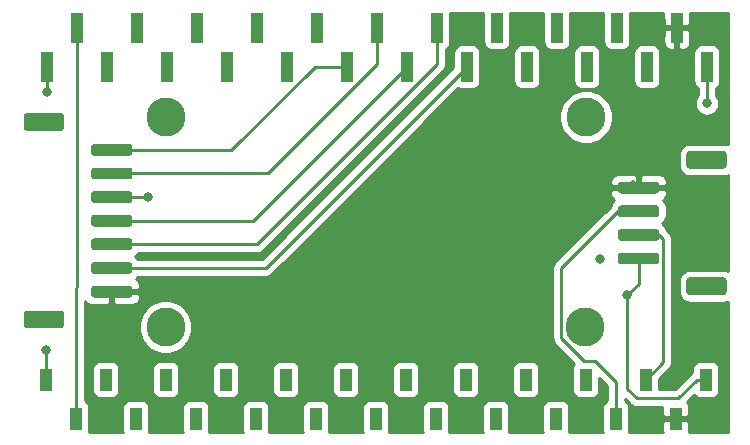
<source format=gbr>
%TF.GenerationSoftware,KiCad,Pcbnew,(5.1.10-1-10_14)*%
%TF.CreationDate,2021-06-10T15:38:12+08:00*%
%TF.ProjectId,ultrasonic,756c7472-6173-46f6-9e69-632e6b696361,rev?*%
%TF.SameCoordinates,Original*%
%TF.FileFunction,Copper,L1,Top*%
%TF.FilePolarity,Positive*%
%FSLAX46Y46*%
G04 Gerber Fmt 4.6, Leading zero omitted, Abs format (unit mm)*
G04 Created by KiCad (PCBNEW (5.1.10-1-10_14)) date 2021-06-10 15:38:12*
%MOMM*%
%LPD*%
G01*
G04 APERTURE LIST*
%TA.AperFunction,SMDPad,CuDef*%
%ADD10R,1.000000X1.900000*%
%TD*%
%TA.AperFunction,SMDPad,CuDef*%
%ADD11R,1.000000X2.510000*%
%TD*%
%TA.AperFunction,ViaPad*%
%ADD12C,0.800000*%
%TD*%
%TA.AperFunction,ViaPad*%
%ADD13C,3.300000*%
%TD*%
%TA.AperFunction,Conductor*%
%ADD14C,0.250000*%
%TD*%
%TA.AperFunction,Conductor*%
%ADD15C,0.254000*%
%TD*%
%TA.AperFunction,Conductor*%
%ADD16C,0.350000*%
%TD*%
%ADD17C,0.350000*%
G04 APERTURE END LIST*
D10*
%TO.P,J1,23*%
%TO.N,GND*%
X108440000Y-124850000D03*
%TO.P,J1,21*%
%TO.N,/IO18*%
X103360000Y-124850000D03*
%TO.P,J1,19*%
%TO.N,N/C*%
X98280000Y-124850000D03*
%TO.P,J1,17*%
X93200000Y-124850000D03*
%TO.P,J1,15*%
X88120000Y-124850000D03*
%TO.P,J1,13*%
X83040000Y-124850000D03*
%TO.P,J1,11*%
X77960000Y-124850000D03*
%TO.P,J1,9*%
X72880000Y-124850000D03*
%TO.P,J1,7*%
X67800000Y-124850000D03*
%TO.P,J1,5*%
X62720000Y-124850000D03*
%TO.P,J1,3*%
X57640000Y-124850000D03*
%TO.P,J1,1*%
%TO.N,GND*%
X52560000Y-124850000D03*
%TO.P,J1,22*%
%TO.N,+5V*%
X105900000Y-128150000D03*
%TO.P,J1,20*%
%TO.N,/IO17*%
X100820000Y-128150000D03*
%TO.P,J1,18*%
%TO.N,N/C*%
X95740000Y-128150000D03*
%TO.P,J1,16*%
X90660000Y-128150000D03*
%TO.P,J1,14*%
X85580000Y-128150000D03*
%TO.P,J1,12*%
X80500000Y-128150000D03*
%TO.P,J1,10*%
X75420000Y-128150000D03*
%TO.P,J1,8*%
X70340000Y-128150000D03*
%TO.P,J1,6*%
X65260000Y-128150000D03*
%TO.P,J1,4*%
X60180000Y-128150000D03*
%TO.P,J1,2*%
%TO.N,+3V3*%
X55100000Y-128150000D03*
%TD*%
D11*
%TO.P,J2,22*%
%TO.N,+5V*%
X106000000Y-95045000D03*
%TO.P,J2,20*%
%TO.N,N/C*%
X100920000Y-95045000D03*
%TO.P,J2,18*%
X95840000Y-95045000D03*
%TO.P,J2,16*%
X90760000Y-95045000D03*
%TO.P,J2,14*%
%TO.N,/IO36*%
X85680000Y-95045000D03*
%TO.P,J2,12*%
%TO.N,/IO38*%
X80600000Y-95045000D03*
%TO.P,J2,10*%
%TO.N,N/C*%
X75520000Y-95045000D03*
%TO.P,J2,8*%
X70440000Y-95045000D03*
%TO.P,J2,6*%
X65360000Y-95045000D03*
%TO.P,J2,4*%
X60280000Y-95045000D03*
%TO.P,J2,2*%
%TO.N,+3V3*%
X55200000Y-95045000D03*
%TO.P,J2,23*%
%TO.N,GND*%
X108540000Y-98355000D03*
%TO.P,J2,21*%
%TO.N,N/C*%
X103460000Y-98355000D03*
%TO.P,J2,19*%
X98380000Y-98355000D03*
%TO.P,J2,17*%
X93300000Y-98355000D03*
%TO.P,J2,15*%
%TO.N,/IO35*%
X88220000Y-98355000D03*
%TO.P,J2,13*%
%TO.N,/IO37*%
X83140000Y-98355000D03*
%TO.P,J2,11*%
%TO.N,/IO39*%
X78060000Y-98355000D03*
%TO.P,J2,9*%
%TO.N,N/C*%
X72980000Y-98355000D03*
%TO.P,J2,7*%
X67900000Y-98355000D03*
%TO.P,J2,5*%
X62820000Y-98355000D03*
%TO.P,J2,3*%
X57740000Y-98355000D03*
%TO.P,J2,1*%
%TO.N,GND*%
X52660000Y-98355000D03*
%TD*%
%TO.P,J5,MP*%
%TO.N,N/C*%
%TA.AperFunction,SMDPad,CuDef*%
G36*
G01*
X109950000Y-107000000D02*
X107050000Y-107000000D01*
G75*
G02*
X106800000Y-106750000I0J250000D01*
G01*
X106800000Y-105750000D01*
G75*
G02*
X107050000Y-105500000I250000J0D01*
G01*
X109950000Y-105500000D01*
G75*
G02*
X110200000Y-105750000I0J-250000D01*
G01*
X110200000Y-106750000D01*
G75*
G02*
X109950000Y-107000000I-250000J0D01*
G01*
G37*
%TD.AperFunction*%
%TA.AperFunction,SMDPad,CuDef*%
G36*
G01*
X109950000Y-117700000D02*
X107050000Y-117700000D01*
G75*
G02*
X106800000Y-117450000I0J250000D01*
G01*
X106800000Y-116450000D01*
G75*
G02*
X107050000Y-116200000I250000J0D01*
G01*
X109950000Y-116200000D01*
G75*
G02*
X110200000Y-116450000I0J-250000D01*
G01*
X110200000Y-117450000D01*
G75*
G02*
X109950000Y-117700000I-250000J0D01*
G01*
G37*
%TD.AperFunction*%
%TO.P,J5,4*%
%TO.N,+5V*%
%TA.AperFunction,SMDPad,CuDef*%
G36*
G01*
X104250000Y-109100000D02*
X101250000Y-109100000D01*
G75*
G02*
X101000000Y-108850000I0J250000D01*
G01*
X101000000Y-108350000D01*
G75*
G02*
X101250000Y-108100000I250000J0D01*
G01*
X104250000Y-108100000D01*
G75*
G02*
X104500000Y-108350000I0J-250000D01*
G01*
X104500000Y-108850000D01*
G75*
G02*
X104250000Y-109100000I-250000J0D01*
G01*
G37*
%TD.AperFunction*%
%TO.P,J5,3*%
%TO.N,/IO17*%
%TA.AperFunction,SMDPad,CuDef*%
G36*
G01*
X104250000Y-111100000D02*
X101250000Y-111100000D01*
G75*
G02*
X101000000Y-110850000I0J250000D01*
G01*
X101000000Y-110350000D01*
G75*
G02*
X101250000Y-110100000I250000J0D01*
G01*
X104250000Y-110100000D01*
G75*
G02*
X104500000Y-110350000I0J-250000D01*
G01*
X104500000Y-110850000D01*
G75*
G02*
X104250000Y-111100000I-250000J0D01*
G01*
G37*
%TD.AperFunction*%
%TO.P,J5,2*%
%TO.N,/IO18*%
%TA.AperFunction,SMDPad,CuDef*%
G36*
G01*
X104250000Y-113100000D02*
X101250000Y-113100000D01*
G75*
G02*
X101000000Y-112850000I0J250000D01*
G01*
X101000000Y-112350000D01*
G75*
G02*
X101250000Y-112100000I250000J0D01*
G01*
X104250000Y-112100000D01*
G75*
G02*
X104500000Y-112350000I0J-250000D01*
G01*
X104500000Y-112850000D01*
G75*
G02*
X104250000Y-113100000I-250000J0D01*
G01*
G37*
%TD.AperFunction*%
%TO.P,J5,1*%
%TO.N,GND*%
%TA.AperFunction,SMDPad,CuDef*%
G36*
G01*
X104250000Y-115100000D02*
X101250000Y-115100000D01*
G75*
G02*
X101000000Y-114850000I0J250000D01*
G01*
X101000000Y-114350000D01*
G75*
G02*
X101250000Y-114100000I250000J0D01*
G01*
X104250000Y-114100000D01*
G75*
G02*
X104500000Y-114350000I0J-250000D01*
G01*
X104500000Y-114850000D01*
G75*
G02*
X104250000Y-115100000I-250000J0D01*
G01*
G37*
%TD.AperFunction*%
%TD*%
%TO.P,J3,MP*%
%TO.N,N/C*%
%TA.AperFunction,SMDPad,CuDef*%
G36*
G01*
X50950000Y-119000000D02*
X53850000Y-119000000D01*
G75*
G02*
X54100000Y-119250000I0J-250000D01*
G01*
X54100000Y-120250000D01*
G75*
G02*
X53850000Y-120500000I-250000J0D01*
G01*
X50950000Y-120500000D01*
G75*
G02*
X50700000Y-120250000I0J250000D01*
G01*
X50700000Y-119250000D01*
G75*
G02*
X50950000Y-119000000I250000J0D01*
G01*
G37*
%TD.AperFunction*%
%TA.AperFunction,SMDPad,CuDef*%
G36*
G01*
X50950000Y-102300000D02*
X53850000Y-102300000D01*
G75*
G02*
X54100000Y-102550000I0J-250000D01*
G01*
X54100000Y-103550000D01*
G75*
G02*
X53850000Y-103800000I-250000J0D01*
G01*
X50950000Y-103800000D01*
G75*
G02*
X50700000Y-103550000I0J250000D01*
G01*
X50700000Y-102550000D01*
G75*
G02*
X50950000Y-102300000I250000J0D01*
G01*
G37*
%TD.AperFunction*%
%TO.P,J3,7*%
%TO.N,+5V*%
%TA.AperFunction,SMDPad,CuDef*%
G36*
G01*
X56650000Y-116900000D02*
X59650000Y-116900000D01*
G75*
G02*
X59900000Y-117150000I0J-250000D01*
G01*
X59900000Y-117650000D01*
G75*
G02*
X59650000Y-117900000I-250000J0D01*
G01*
X56650000Y-117900000D01*
G75*
G02*
X56400000Y-117650000I0J250000D01*
G01*
X56400000Y-117150000D01*
G75*
G02*
X56650000Y-116900000I250000J0D01*
G01*
G37*
%TD.AperFunction*%
%TO.P,J3,6*%
%TO.N,/IO35*%
%TA.AperFunction,SMDPad,CuDef*%
G36*
G01*
X56650000Y-114900000D02*
X59650000Y-114900000D01*
G75*
G02*
X59900000Y-115150000I0J-250000D01*
G01*
X59900000Y-115650000D01*
G75*
G02*
X59650000Y-115900000I-250000J0D01*
G01*
X56650000Y-115900000D01*
G75*
G02*
X56400000Y-115650000I0J250000D01*
G01*
X56400000Y-115150000D01*
G75*
G02*
X56650000Y-114900000I250000J0D01*
G01*
G37*
%TD.AperFunction*%
%TO.P,J3,5*%
%TO.N,/IO36*%
%TA.AperFunction,SMDPad,CuDef*%
G36*
G01*
X56650000Y-112900000D02*
X59650000Y-112900000D01*
G75*
G02*
X59900000Y-113150000I0J-250000D01*
G01*
X59900000Y-113650000D01*
G75*
G02*
X59650000Y-113900000I-250000J0D01*
G01*
X56650000Y-113900000D01*
G75*
G02*
X56400000Y-113650000I0J250000D01*
G01*
X56400000Y-113150000D01*
G75*
G02*
X56650000Y-112900000I250000J0D01*
G01*
G37*
%TD.AperFunction*%
%TO.P,J3,4*%
%TO.N,/IO37*%
%TA.AperFunction,SMDPad,CuDef*%
G36*
G01*
X56650000Y-110900000D02*
X59650000Y-110900000D01*
G75*
G02*
X59900000Y-111150000I0J-250000D01*
G01*
X59900000Y-111650000D01*
G75*
G02*
X59650000Y-111900000I-250000J0D01*
G01*
X56650000Y-111900000D01*
G75*
G02*
X56400000Y-111650000I0J250000D01*
G01*
X56400000Y-111150000D01*
G75*
G02*
X56650000Y-110900000I250000J0D01*
G01*
G37*
%TD.AperFunction*%
%TO.P,J3,3*%
%TO.N,GND*%
%TA.AperFunction,SMDPad,CuDef*%
G36*
G01*
X56650000Y-108900000D02*
X59650000Y-108900000D01*
G75*
G02*
X59900000Y-109150000I0J-250000D01*
G01*
X59900000Y-109650000D01*
G75*
G02*
X59650000Y-109900000I-250000J0D01*
G01*
X56650000Y-109900000D01*
G75*
G02*
X56400000Y-109650000I0J250000D01*
G01*
X56400000Y-109150000D01*
G75*
G02*
X56650000Y-108900000I250000J0D01*
G01*
G37*
%TD.AperFunction*%
%TO.P,J3,2*%
%TO.N,/IO38*%
%TA.AperFunction,SMDPad,CuDef*%
G36*
G01*
X56650000Y-106900000D02*
X59650000Y-106900000D01*
G75*
G02*
X59900000Y-107150000I0J-250000D01*
G01*
X59900000Y-107650000D01*
G75*
G02*
X59650000Y-107900000I-250000J0D01*
G01*
X56650000Y-107900000D01*
G75*
G02*
X56400000Y-107650000I0J250000D01*
G01*
X56400000Y-107150000D01*
G75*
G02*
X56650000Y-106900000I250000J0D01*
G01*
G37*
%TD.AperFunction*%
%TO.P,J3,1*%
%TO.N,/IO39*%
%TA.AperFunction,SMDPad,CuDef*%
G36*
G01*
X56650000Y-104900000D02*
X59650000Y-104900000D01*
G75*
G02*
X59900000Y-105150000I0J-250000D01*
G01*
X59900000Y-105650000D01*
G75*
G02*
X59650000Y-105900000I-250000J0D01*
G01*
X56650000Y-105900000D01*
G75*
G02*
X56400000Y-105650000I0J250000D01*
G01*
X56400000Y-105150000D01*
G75*
G02*
X56650000Y-104900000I250000J0D01*
G01*
G37*
%TD.AperFunction*%
%TD*%
D12*
%TO.N,*%
X99500000Y-114600000D03*
D13*
%TO.N,GND*%
X62700000Y-120400000D03*
X62700000Y-102600000D03*
X98200000Y-120400000D03*
X98300000Y-102600000D03*
D12*
X101800000Y-117700000D03*
X52560000Y-122360000D03*
X52700000Y-100500000D03*
X108540000Y-101460000D03*
X61200000Y-109400000D03*
%TO.N,+5V*%
X61800000Y-117400000D03*
X99500000Y-108600000D03*
%TD*%
D14*
%TO.N,GND*%
X102800000Y-114600000D02*
X102750000Y-114600000D01*
X102750000Y-114600000D02*
X102750000Y-116250000D01*
X102750000Y-114600000D02*
X102750000Y-116750000D01*
X102750000Y-116750000D02*
X101800000Y-117700000D01*
X102599999Y-126425001D02*
X101800000Y-125625002D01*
X106109999Y-126425001D02*
X102599999Y-126425001D01*
X107690000Y-124845000D02*
X106109999Y-126425001D01*
X101800000Y-125625002D02*
X101800000Y-117700000D01*
X108440000Y-124845000D02*
X107690000Y-124845000D01*
X52560000Y-124845000D02*
X52560000Y-122360000D01*
X52660000Y-98355000D02*
X52660000Y-100360000D01*
X52660000Y-100460000D02*
X52700000Y-100500000D01*
X52660000Y-100360000D02*
X52660000Y-100460000D01*
X108540000Y-98355000D02*
X108540000Y-101460000D01*
X58150000Y-109400000D02*
X61200000Y-109400000D01*
%TO.N,+5V*%
X102750000Y-108600000D02*
X104500000Y-108600000D01*
X102750000Y-108600000D02*
X102184999Y-108034999D01*
X102186810Y-108600000D02*
X102750000Y-108600000D01*
X58150000Y-117400000D02*
X61800000Y-117400000D01*
X61800000Y-117400000D02*
X61800000Y-117400000D01*
X102750000Y-108600000D02*
X99600000Y-108600000D01*
X99600000Y-108600000D02*
X99500000Y-108600000D01*
%TO.N,/IO18*%
X104825010Y-112925010D02*
X104825010Y-123379990D01*
X104825010Y-123379990D02*
X103360000Y-124845000D01*
X104500000Y-112600000D02*
X104825010Y-112925010D01*
X102750000Y-112600000D02*
X104500000Y-112600000D01*
%TO.N,/IO17*%
X100820000Y-125044998D02*
X100820000Y-128155000D01*
X99040001Y-123264999D02*
X100820000Y-125044998D01*
X98141997Y-123264999D02*
X99040001Y-123264999D01*
X96224999Y-121348001D02*
X98141997Y-123264999D01*
X96224999Y-115375001D02*
X96224999Y-121348001D01*
X101000000Y-110600000D02*
X96224999Y-115375001D01*
X102750000Y-110600000D02*
X101000000Y-110600000D01*
%TO.N,+3V3*%
X55100000Y-127440000D02*
X55040000Y-127500000D01*
X55200000Y-128055000D02*
X55100000Y-128155000D01*
X55100000Y-117113190D02*
X55100000Y-128155000D01*
X55200000Y-117013190D02*
X55100000Y-117113190D01*
X55200000Y-95045000D02*
X55200000Y-117013190D01*
%TO.N,/IO35*%
X71175000Y-115400000D02*
X88220000Y-98355000D01*
X58150000Y-115400000D02*
X71175000Y-115400000D01*
%TO.N,/IO36*%
X85680000Y-98155002D02*
X85680000Y-95045000D01*
X70435002Y-113400000D02*
X85680000Y-98155002D01*
X58150000Y-113400000D02*
X70435002Y-113400000D01*
%TO.N,/IO37*%
X70095000Y-111400000D02*
X83140000Y-98355000D01*
X58150000Y-111400000D02*
X70095000Y-111400000D01*
%TO.N,/IO38*%
X80600000Y-98155002D02*
X80600000Y-95045000D01*
X71355002Y-107400000D02*
X80600000Y-98155002D01*
X58150000Y-107400000D02*
X71355002Y-107400000D01*
%TO.N,/IO39*%
X75320002Y-98355000D02*
X78060000Y-98355000D01*
X68275002Y-105400000D02*
X75320002Y-98355000D01*
X58150000Y-105400000D02*
X68275002Y-105400000D01*
%TD*%
D15*
%TO.N,+5V*%
X89621928Y-93790000D02*
X89621928Y-96300000D01*
X89634188Y-96424482D01*
X89670498Y-96544180D01*
X89729463Y-96654494D01*
X89808815Y-96751185D01*
X89905506Y-96830537D01*
X90015820Y-96889502D01*
X90135518Y-96925812D01*
X90260000Y-96938072D01*
X91260000Y-96938072D01*
X91384482Y-96925812D01*
X91504180Y-96889502D01*
X91614494Y-96830537D01*
X91711185Y-96751185D01*
X91790537Y-96654494D01*
X91849502Y-96544180D01*
X91885812Y-96424482D01*
X91898072Y-96300000D01*
X91898072Y-93790000D01*
X91897580Y-93785000D01*
X94702420Y-93785000D01*
X94701928Y-93790000D01*
X94701928Y-96300000D01*
X94714188Y-96424482D01*
X94750498Y-96544180D01*
X94809463Y-96654494D01*
X94888815Y-96751185D01*
X94985506Y-96830537D01*
X95095820Y-96889502D01*
X95215518Y-96925812D01*
X95340000Y-96938072D01*
X96340000Y-96938072D01*
X96464482Y-96925812D01*
X96584180Y-96889502D01*
X96694494Y-96830537D01*
X96791185Y-96751185D01*
X96870537Y-96654494D01*
X96929502Y-96544180D01*
X96965812Y-96424482D01*
X96978072Y-96300000D01*
X96978072Y-93790000D01*
X96977580Y-93785000D01*
X99782420Y-93785000D01*
X99781928Y-93790000D01*
X99781928Y-96300000D01*
X99794188Y-96424482D01*
X99830498Y-96544180D01*
X99889463Y-96654494D01*
X99968815Y-96751185D01*
X100065506Y-96830537D01*
X100175820Y-96889502D01*
X100295518Y-96925812D01*
X100420000Y-96938072D01*
X101420000Y-96938072D01*
X101544482Y-96925812D01*
X101664180Y-96889502D01*
X101774494Y-96830537D01*
X101871185Y-96751185D01*
X101950537Y-96654494D01*
X102009502Y-96544180D01*
X102045812Y-96424482D01*
X102058072Y-96300000D01*
X104861928Y-96300000D01*
X104874188Y-96424482D01*
X104910498Y-96544180D01*
X104969463Y-96654494D01*
X105048815Y-96751185D01*
X105145506Y-96830537D01*
X105255820Y-96889502D01*
X105375518Y-96925812D01*
X105500000Y-96938072D01*
X105714250Y-96935000D01*
X105873000Y-96776250D01*
X105873000Y-95172000D01*
X106127000Y-95172000D01*
X106127000Y-96776250D01*
X106285750Y-96935000D01*
X106500000Y-96938072D01*
X106624482Y-96925812D01*
X106744180Y-96889502D01*
X106854494Y-96830537D01*
X106951185Y-96751185D01*
X107030537Y-96654494D01*
X107089502Y-96544180D01*
X107125812Y-96424482D01*
X107138072Y-96300000D01*
X107135000Y-95330750D01*
X106976250Y-95172000D01*
X106127000Y-95172000D01*
X105873000Y-95172000D01*
X105023750Y-95172000D01*
X104865000Y-95330750D01*
X104861928Y-96300000D01*
X102058072Y-96300000D01*
X102058072Y-93790000D01*
X102057580Y-93785000D01*
X104862420Y-93785000D01*
X104861928Y-93790000D01*
X104865000Y-94759250D01*
X105023750Y-94918000D01*
X105873000Y-94918000D01*
X105873000Y-94898000D01*
X106127000Y-94898000D01*
X106127000Y-94918000D01*
X106976250Y-94918000D01*
X107135000Y-94759250D01*
X107138072Y-93790000D01*
X107137580Y-93785000D01*
X110315000Y-93785000D01*
X110315000Y-104942971D01*
X110289850Y-104929528D01*
X110123254Y-104878992D01*
X109950000Y-104861928D01*
X107050000Y-104861928D01*
X106876746Y-104878992D01*
X106710150Y-104929528D01*
X106556614Y-105011595D01*
X106422038Y-105122038D01*
X106311595Y-105256614D01*
X106229528Y-105410150D01*
X106178992Y-105576746D01*
X106161928Y-105750000D01*
X106161928Y-106750000D01*
X106178992Y-106923254D01*
X106229528Y-107089850D01*
X106311595Y-107243386D01*
X106422038Y-107377962D01*
X106556614Y-107488405D01*
X106710150Y-107570472D01*
X106876746Y-107621008D01*
X107050000Y-107638072D01*
X109950000Y-107638072D01*
X110123254Y-107621008D01*
X110289850Y-107570472D01*
X110315000Y-107557029D01*
X110315001Y-115642971D01*
X110289850Y-115629528D01*
X110123254Y-115578992D01*
X109950000Y-115561928D01*
X107050000Y-115561928D01*
X106876746Y-115578992D01*
X106710150Y-115629528D01*
X106556614Y-115711595D01*
X106422038Y-115822038D01*
X106311595Y-115956614D01*
X106229528Y-116110150D01*
X106178992Y-116276746D01*
X106161928Y-116450000D01*
X106161928Y-117450000D01*
X106178992Y-117623254D01*
X106229528Y-117789850D01*
X106311595Y-117943386D01*
X106422038Y-118077962D01*
X106556614Y-118188405D01*
X106710150Y-118270472D01*
X106876746Y-118321008D01*
X107050000Y-118338072D01*
X109950000Y-118338072D01*
X110123254Y-118321008D01*
X110289850Y-118270472D01*
X110315001Y-118257029D01*
X110315001Y-129315000D01*
X106998354Y-129315000D01*
X107025812Y-129224482D01*
X107038072Y-129100000D01*
X107035000Y-128435750D01*
X106876250Y-128277000D01*
X106027000Y-128277000D01*
X106027000Y-128297000D01*
X105773000Y-128297000D01*
X105773000Y-128277000D01*
X104923750Y-128277000D01*
X104765000Y-128435750D01*
X104761928Y-129100000D01*
X104774188Y-129224482D01*
X104801646Y-129315000D01*
X101918354Y-129315000D01*
X101945812Y-129224482D01*
X101958072Y-129100000D01*
X101958072Y-127200000D01*
X101945812Y-127075518D01*
X101909502Y-126955820D01*
X101850537Y-126845506D01*
X101771185Y-126748815D01*
X101674494Y-126669463D01*
X101580000Y-126618954D01*
X101580000Y-126479804D01*
X102036204Y-126936009D01*
X102059998Y-126965002D01*
X102088991Y-126988796D01*
X102088995Y-126988800D01*
X102159684Y-127046812D01*
X102175723Y-127059975D01*
X102307752Y-127130547D01*
X102451013Y-127174004D01*
X102562666Y-127185001D01*
X102562675Y-127185001D01*
X102599998Y-127188677D01*
X102637321Y-127185001D01*
X104763405Y-127185001D01*
X104761928Y-127200000D01*
X104765000Y-127864250D01*
X104923750Y-128023000D01*
X105773000Y-128023000D01*
X105773000Y-128003000D01*
X106027000Y-128003000D01*
X106027000Y-128023000D01*
X106876250Y-128023000D01*
X107035000Y-127864250D01*
X107038072Y-127200000D01*
X107025812Y-127075518D01*
X106989502Y-126955820D01*
X106930537Y-126845506D01*
X106855603Y-126754198D01*
X107430128Y-126179674D01*
X107488815Y-126251185D01*
X107585506Y-126330537D01*
X107695820Y-126389502D01*
X107815518Y-126425812D01*
X107940000Y-126438072D01*
X108940000Y-126438072D01*
X109064482Y-126425812D01*
X109184180Y-126389502D01*
X109294494Y-126330537D01*
X109391185Y-126251185D01*
X109470537Y-126154494D01*
X109529502Y-126044180D01*
X109565812Y-125924482D01*
X109578072Y-125800000D01*
X109578072Y-123900000D01*
X109565812Y-123775518D01*
X109529502Y-123655820D01*
X109470537Y-123545506D01*
X109391185Y-123448815D01*
X109294494Y-123369463D01*
X109184180Y-123310498D01*
X109064482Y-123274188D01*
X108940000Y-123261928D01*
X107940000Y-123261928D01*
X107815518Y-123274188D01*
X107695820Y-123310498D01*
X107585506Y-123369463D01*
X107488815Y-123448815D01*
X107409463Y-123545506D01*
X107350498Y-123655820D01*
X107314188Y-123775518D01*
X107301928Y-123900000D01*
X107301928Y-124190674D01*
X107265724Y-124210026D01*
X107149999Y-124304999D01*
X107126201Y-124333997D01*
X105795198Y-125665001D01*
X104498072Y-125665001D01*
X104498072Y-124781729D01*
X105336013Y-123943789D01*
X105365011Y-123919991D01*
X105391342Y-123887907D01*
X105459984Y-123804267D01*
X105530556Y-123672237D01*
X105535536Y-123655820D01*
X105574013Y-123528976D01*
X105585010Y-123417323D01*
X105585010Y-123417313D01*
X105588686Y-123379991D01*
X105585010Y-123342668D01*
X105585010Y-112962343D01*
X105588687Y-112925010D01*
X105574013Y-112776024D01*
X105530556Y-112632763D01*
X105459984Y-112500734D01*
X105365011Y-112385009D01*
X105336008Y-112361207D01*
X105107710Y-112132909D01*
X105070472Y-112010150D01*
X104988405Y-111856614D01*
X104877962Y-111722038D01*
X104743386Y-111611595D01*
X104721693Y-111600000D01*
X104743386Y-111588405D01*
X104877962Y-111477962D01*
X104988405Y-111343386D01*
X105070472Y-111189850D01*
X105121008Y-111023254D01*
X105138072Y-110850000D01*
X105138072Y-110350000D01*
X105121008Y-110176746D01*
X105070472Y-110010150D01*
X104988405Y-109856614D01*
X104877962Y-109722038D01*
X104801187Y-109659031D01*
X104854494Y-109630537D01*
X104951185Y-109551185D01*
X105030537Y-109454494D01*
X105089502Y-109344180D01*
X105125812Y-109224482D01*
X105138072Y-109100000D01*
X105135000Y-108885750D01*
X104976250Y-108727000D01*
X102877000Y-108727000D01*
X102877000Y-108747000D01*
X102623000Y-108747000D01*
X102623000Y-108727000D01*
X100523750Y-108727000D01*
X100365000Y-108885750D01*
X100361928Y-109100000D01*
X100374188Y-109224482D01*
X100410498Y-109344180D01*
X100469463Y-109454494D01*
X100548815Y-109551185D01*
X100645506Y-109630537D01*
X100698813Y-109659031D01*
X100622038Y-109722038D01*
X100511595Y-109856614D01*
X100429528Y-110010150D01*
X100392290Y-110132908D01*
X95714002Y-114811197D01*
X95684998Y-114835000D01*
X95638017Y-114892247D01*
X95590025Y-114950725D01*
X95551257Y-115023254D01*
X95519453Y-115082755D01*
X95475996Y-115226016D01*
X95464999Y-115337669D01*
X95464999Y-115337679D01*
X95461323Y-115375001D01*
X95464999Y-115412324D01*
X95465000Y-121310669D01*
X95461323Y-121348001D01*
X95465000Y-121385334D01*
X95470660Y-121442795D01*
X95475997Y-121496986D01*
X95519453Y-121640247D01*
X95590025Y-121772277D01*
X95661200Y-121859003D01*
X95684999Y-121888002D01*
X95713997Y-121911800D01*
X97293745Y-123491548D01*
X97249463Y-123545506D01*
X97190498Y-123655820D01*
X97154188Y-123775518D01*
X97141928Y-123900000D01*
X97141928Y-125800000D01*
X97154188Y-125924482D01*
X97190498Y-126044180D01*
X97249463Y-126154494D01*
X97328815Y-126251185D01*
X97425506Y-126330537D01*
X97535820Y-126389502D01*
X97655518Y-126425812D01*
X97780000Y-126438072D01*
X98780000Y-126438072D01*
X98904482Y-126425812D01*
X99024180Y-126389502D01*
X99134494Y-126330537D01*
X99231185Y-126251185D01*
X99310537Y-126154494D01*
X99369502Y-126044180D01*
X99405812Y-125924482D01*
X99418072Y-125800000D01*
X99418072Y-124717872D01*
X100060000Y-125359800D01*
X100060001Y-126618954D01*
X99965506Y-126669463D01*
X99868815Y-126748815D01*
X99789463Y-126845506D01*
X99730498Y-126955820D01*
X99694188Y-127075518D01*
X99681928Y-127200000D01*
X99681928Y-129100000D01*
X99694188Y-129224482D01*
X99721646Y-129315000D01*
X96838354Y-129315000D01*
X96865812Y-129224482D01*
X96878072Y-129100000D01*
X96878072Y-127200000D01*
X96865812Y-127075518D01*
X96829502Y-126955820D01*
X96770537Y-126845506D01*
X96691185Y-126748815D01*
X96594494Y-126669463D01*
X96484180Y-126610498D01*
X96364482Y-126574188D01*
X96240000Y-126561928D01*
X95240000Y-126561928D01*
X95115518Y-126574188D01*
X94995820Y-126610498D01*
X94885506Y-126669463D01*
X94788815Y-126748815D01*
X94709463Y-126845506D01*
X94650498Y-126955820D01*
X94614188Y-127075518D01*
X94601928Y-127200000D01*
X94601928Y-129100000D01*
X94614188Y-129224482D01*
X94641646Y-129315000D01*
X91758354Y-129315000D01*
X91785812Y-129224482D01*
X91798072Y-129100000D01*
X91798072Y-127200000D01*
X91785812Y-127075518D01*
X91749502Y-126955820D01*
X91690537Y-126845506D01*
X91611185Y-126748815D01*
X91514494Y-126669463D01*
X91404180Y-126610498D01*
X91284482Y-126574188D01*
X91160000Y-126561928D01*
X90160000Y-126561928D01*
X90035518Y-126574188D01*
X89915820Y-126610498D01*
X89805506Y-126669463D01*
X89708815Y-126748815D01*
X89629463Y-126845506D01*
X89570498Y-126955820D01*
X89534188Y-127075518D01*
X89521928Y-127200000D01*
X89521928Y-129100000D01*
X89534188Y-129224482D01*
X89561646Y-129315000D01*
X86678354Y-129315000D01*
X86705812Y-129224482D01*
X86718072Y-129100000D01*
X86718072Y-127200000D01*
X86705812Y-127075518D01*
X86669502Y-126955820D01*
X86610537Y-126845506D01*
X86531185Y-126748815D01*
X86434494Y-126669463D01*
X86324180Y-126610498D01*
X86204482Y-126574188D01*
X86080000Y-126561928D01*
X85080000Y-126561928D01*
X84955518Y-126574188D01*
X84835820Y-126610498D01*
X84725506Y-126669463D01*
X84628815Y-126748815D01*
X84549463Y-126845506D01*
X84490498Y-126955820D01*
X84454188Y-127075518D01*
X84441928Y-127200000D01*
X84441928Y-129100000D01*
X84454188Y-129224482D01*
X84481646Y-129315000D01*
X81598354Y-129315000D01*
X81625812Y-129224482D01*
X81638072Y-129100000D01*
X81638072Y-127200000D01*
X81625812Y-127075518D01*
X81589502Y-126955820D01*
X81530537Y-126845506D01*
X81451185Y-126748815D01*
X81354494Y-126669463D01*
X81244180Y-126610498D01*
X81124482Y-126574188D01*
X81000000Y-126561928D01*
X80000000Y-126561928D01*
X79875518Y-126574188D01*
X79755820Y-126610498D01*
X79645506Y-126669463D01*
X79548815Y-126748815D01*
X79469463Y-126845506D01*
X79410498Y-126955820D01*
X79374188Y-127075518D01*
X79361928Y-127200000D01*
X79361928Y-129100000D01*
X79374188Y-129224482D01*
X79401646Y-129315000D01*
X76518354Y-129315000D01*
X76545812Y-129224482D01*
X76558072Y-129100000D01*
X76558072Y-127200000D01*
X76545812Y-127075518D01*
X76509502Y-126955820D01*
X76450537Y-126845506D01*
X76371185Y-126748815D01*
X76274494Y-126669463D01*
X76164180Y-126610498D01*
X76044482Y-126574188D01*
X75920000Y-126561928D01*
X74920000Y-126561928D01*
X74795518Y-126574188D01*
X74675820Y-126610498D01*
X74565506Y-126669463D01*
X74468815Y-126748815D01*
X74389463Y-126845506D01*
X74330498Y-126955820D01*
X74294188Y-127075518D01*
X74281928Y-127200000D01*
X74281928Y-129100000D01*
X74294188Y-129224482D01*
X74321646Y-129315000D01*
X71438354Y-129315000D01*
X71465812Y-129224482D01*
X71478072Y-129100000D01*
X71478072Y-127200000D01*
X71465812Y-127075518D01*
X71429502Y-126955820D01*
X71370537Y-126845506D01*
X71291185Y-126748815D01*
X71194494Y-126669463D01*
X71084180Y-126610498D01*
X70964482Y-126574188D01*
X70840000Y-126561928D01*
X69840000Y-126561928D01*
X69715518Y-126574188D01*
X69595820Y-126610498D01*
X69485506Y-126669463D01*
X69388815Y-126748815D01*
X69309463Y-126845506D01*
X69250498Y-126955820D01*
X69214188Y-127075518D01*
X69201928Y-127200000D01*
X69201928Y-129100000D01*
X69214188Y-129224482D01*
X69241646Y-129315000D01*
X66358354Y-129315000D01*
X66385812Y-129224482D01*
X66398072Y-129100000D01*
X66398072Y-127200000D01*
X66385812Y-127075518D01*
X66349502Y-126955820D01*
X66290537Y-126845506D01*
X66211185Y-126748815D01*
X66114494Y-126669463D01*
X66004180Y-126610498D01*
X65884482Y-126574188D01*
X65760000Y-126561928D01*
X64760000Y-126561928D01*
X64635518Y-126574188D01*
X64515820Y-126610498D01*
X64405506Y-126669463D01*
X64308815Y-126748815D01*
X64229463Y-126845506D01*
X64170498Y-126955820D01*
X64134188Y-127075518D01*
X64121928Y-127200000D01*
X64121928Y-129100000D01*
X64134188Y-129224482D01*
X64161646Y-129315000D01*
X61278354Y-129315000D01*
X61305812Y-129224482D01*
X61318072Y-129100000D01*
X61318072Y-127200000D01*
X61305812Y-127075518D01*
X61269502Y-126955820D01*
X61210537Y-126845506D01*
X61131185Y-126748815D01*
X61034494Y-126669463D01*
X60924180Y-126610498D01*
X60804482Y-126574188D01*
X60680000Y-126561928D01*
X59680000Y-126561928D01*
X59555518Y-126574188D01*
X59435820Y-126610498D01*
X59325506Y-126669463D01*
X59228815Y-126748815D01*
X59149463Y-126845506D01*
X59090498Y-126955820D01*
X59054188Y-127075518D01*
X59041928Y-127200000D01*
X59041928Y-129100000D01*
X59054188Y-129224482D01*
X59081646Y-129315000D01*
X56198354Y-129315000D01*
X56225812Y-129224482D01*
X56238072Y-129100000D01*
X56238072Y-127200000D01*
X56225812Y-127075518D01*
X56189502Y-126955820D01*
X56130537Y-126845506D01*
X56051185Y-126748815D01*
X55954494Y-126669463D01*
X55860000Y-126618954D01*
X55860000Y-123900000D01*
X56501928Y-123900000D01*
X56501928Y-125800000D01*
X56514188Y-125924482D01*
X56550498Y-126044180D01*
X56609463Y-126154494D01*
X56688815Y-126251185D01*
X56785506Y-126330537D01*
X56895820Y-126389502D01*
X57015518Y-126425812D01*
X57140000Y-126438072D01*
X58140000Y-126438072D01*
X58264482Y-126425812D01*
X58384180Y-126389502D01*
X58494494Y-126330537D01*
X58591185Y-126251185D01*
X58670537Y-126154494D01*
X58729502Y-126044180D01*
X58765812Y-125924482D01*
X58778072Y-125800000D01*
X58778072Y-123900000D01*
X61581928Y-123900000D01*
X61581928Y-125800000D01*
X61594188Y-125924482D01*
X61630498Y-126044180D01*
X61689463Y-126154494D01*
X61768815Y-126251185D01*
X61865506Y-126330537D01*
X61975820Y-126389502D01*
X62095518Y-126425812D01*
X62220000Y-126438072D01*
X63220000Y-126438072D01*
X63344482Y-126425812D01*
X63464180Y-126389502D01*
X63574494Y-126330537D01*
X63671185Y-126251185D01*
X63750537Y-126154494D01*
X63809502Y-126044180D01*
X63845812Y-125924482D01*
X63858072Y-125800000D01*
X63858072Y-123900000D01*
X66661928Y-123900000D01*
X66661928Y-125800000D01*
X66674188Y-125924482D01*
X66710498Y-126044180D01*
X66769463Y-126154494D01*
X66848815Y-126251185D01*
X66945506Y-126330537D01*
X67055820Y-126389502D01*
X67175518Y-126425812D01*
X67300000Y-126438072D01*
X68300000Y-126438072D01*
X68424482Y-126425812D01*
X68544180Y-126389502D01*
X68654494Y-126330537D01*
X68751185Y-126251185D01*
X68830537Y-126154494D01*
X68889502Y-126044180D01*
X68925812Y-125924482D01*
X68938072Y-125800000D01*
X68938072Y-123900000D01*
X71741928Y-123900000D01*
X71741928Y-125800000D01*
X71754188Y-125924482D01*
X71790498Y-126044180D01*
X71849463Y-126154494D01*
X71928815Y-126251185D01*
X72025506Y-126330537D01*
X72135820Y-126389502D01*
X72255518Y-126425812D01*
X72380000Y-126438072D01*
X73380000Y-126438072D01*
X73504482Y-126425812D01*
X73624180Y-126389502D01*
X73734494Y-126330537D01*
X73831185Y-126251185D01*
X73910537Y-126154494D01*
X73969502Y-126044180D01*
X74005812Y-125924482D01*
X74018072Y-125800000D01*
X74018072Y-123900000D01*
X76821928Y-123900000D01*
X76821928Y-125800000D01*
X76834188Y-125924482D01*
X76870498Y-126044180D01*
X76929463Y-126154494D01*
X77008815Y-126251185D01*
X77105506Y-126330537D01*
X77215820Y-126389502D01*
X77335518Y-126425812D01*
X77460000Y-126438072D01*
X78460000Y-126438072D01*
X78584482Y-126425812D01*
X78704180Y-126389502D01*
X78814494Y-126330537D01*
X78911185Y-126251185D01*
X78990537Y-126154494D01*
X79049502Y-126044180D01*
X79085812Y-125924482D01*
X79098072Y-125800000D01*
X79098072Y-123900000D01*
X81901928Y-123900000D01*
X81901928Y-125800000D01*
X81914188Y-125924482D01*
X81950498Y-126044180D01*
X82009463Y-126154494D01*
X82088815Y-126251185D01*
X82185506Y-126330537D01*
X82295820Y-126389502D01*
X82415518Y-126425812D01*
X82540000Y-126438072D01*
X83540000Y-126438072D01*
X83664482Y-126425812D01*
X83784180Y-126389502D01*
X83894494Y-126330537D01*
X83991185Y-126251185D01*
X84070537Y-126154494D01*
X84129502Y-126044180D01*
X84165812Y-125924482D01*
X84178072Y-125800000D01*
X84178072Y-123900000D01*
X86981928Y-123900000D01*
X86981928Y-125800000D01*
X86994188Y-125924482D01*
X87030498Y-126044180D01*
X87089463Y-126154494D01*
X87168815Y-126251185D01*
X87265506Y-126330537D01*
X87375820Y-126389502D01*
X87495518Y-126425812D01*
X87620000Y-126438072D01*
X88620000Y-126438072D01*
X88744482Y-126425812D01*
X88864180Y-126389502D01*
X88974494Y-126330537D01*
X89071185Y-126251185D01*
X89150537Y-126154494D01*
X89209502Y-126044180D01*
X89245812Y-125924482D01*
X89258072Y-125800000D01*
X89258072Y-123900000D01*
X92061928Y-123900000D01*
X92061928Y-125800000D01*
X92074188Y-125924482D01*
X92110498Y-126044180D01*
X92169463Y-126154494D01*
X92248815Y-126251185D01*
X92345506Y-126330537D01*
X92455820Y-126389502D01*
X92575518Y-126425812D01*
X92700000Y-126438072D01*
X93700000Y-126438072D01*
X93824482Y-126425812D01*
X93944180Y-126389502D01*
X94054494Y-126330537D01*
X94151185Y-126251185D01*
X94230537Y-126154494D01*
X94289502Y-126044180D01*
X94325812Y-125924482D01*
X94338072Y-125800000D01*
X94338072Y-123900000D01*
X94325812Y-123775518D01*
X94289502Y-123655820D01*
X94230537Y-123545506D01*
X94151185Y-123448815D01*
X94054494Y-123369463D01*
X93944180Y-123310498D01*
X93824482Y-123274188D01*
X93700000Y-123261928D01*
X92700000Y-123261928D01*
X92575518Y-123274188D01*
X92455820Y-123310498D01*
X92345506Y-123369463D01*
X92248815Y-123448815D01*
X92169463Y-123545506D01*
X92110498Y-123655820D01*
X92074188Y-123775518D01*
X92061928Y-123900000D01*
X89258072Y-123900000D01*
X89245812Y-123775518D01*
X89209502Y-123655820D01*
X89150537Y-123545506D01*
X89071185Y-123448815D01*
X88974494Y-123369463D01*
X88864180Y-123310498D01*
X88744482Y-123274188D01*
X88620000Y-123261928D01*
X87620000Y-123261928D01*
X87495518Y-123274188D01*
X87375820Y-123310498D01*
X87265506Y-123369463D01*
X87168815Y-123448815D01*
X87089463Y-123545506D01*
X87030498Y-123655820D01*
X86994188Y-123775518D01*
X86981928Y-123900000D01*
X84178072Y-123900000D01*
X84165812Y-123775518D01*
X84129502Y-123655820D01*
X84070537Y-123545506D01*
X83991185Y-123448815D01*
X83894494Y-123369463D01*
X83784180Y-123310498D01*
X83664482Y-123274188D01*
X83540000Y-123261928D01*
X82540000Y-123261928D01*
X82415518Y-123274188D01*
X82295820Y-123310498D01*
X82185506Y-123369463D01*
X82088815Y-123448815D01*
X82009463Y-123545506D01*
X81950498Y-123655820D01*
X81914188Y-123775518D01*
X81901928Y-123900000D01*
X79098072Y-123900000D01*
X79085812Y-123775518D01*
X79049502Y-123655820D01*
X78990537Y-123545506D01*
X78911185Y-123448815D01*
X78814494Y-123369463D01*
X78704180Y-123310498D01*
X78584482Y-123274188D01*
X78460000Y-123261928D01*
X77460000Y-123261928D01*
X77335518Y-123274188D01*
X77215820Y-123310498D01*
X77105506Y-123369463D01*
X77008815Y-123448815D01*
X76929463Y-123545506D01*
X76870498Y-123655820D01*
X76834188Y-123775518D01*
X76821928Y-123900000D01*
X74018072Y-123900000D01*
X74005812Y-123775518D01*
X73969502Y-123655820D01*
X73910537Y-123545506D01*
X73831185Y-123448815D01*
X73734494Y-123369463D01*
X73624180Y-123310498D01*
X73504482Y-123274188D01*
X73380000Y-123261928D01*
X72380000Y-123261928D01*
X72255518Y-123274188D01*
X72135820Y-123310498D01*
X72025506Y-123369463D01*
X71928815Y-123448815D01*
X71849463Y-123545506D01*
X71790498Y-123655820D01*
X71754188Y-123775518D01*
X71741928Y-123900000D01*
X68938072Y-123900000D01*
X68925812Y-123775518D01*
X68889502Y-123655820D01*
X68830537Y-123545506D01*
X68751185Y-123448815D01*
X68654494Y-123369463D01*
X68544180Y-123310498D01*
X68424482Y-123274188D01*
X68300000Y-123261928D01*
X67300000Y-123261928D01*
X67175518Y-123274188D01*
X67055820Y-123310498D01*
X66945506Y-123369463D01*
X66848815Y-123448815D01*
X66769463Y-123545506D01*
X66710498Y-123655820D01*
X66674188Y-123775518D01*
X66661928Y-123900000D01*
X63858072Y-123900000D01*
X63845812Y-123775518D01*
X63809502Y-123655820D01*
X63750537Y-123545506D01*
X63671185Y-123448815D01*
X63574494Y-123369463D01*
X63464180Y-123310498D01*
X63344482Y-123274188D01*
X63220000Y-123261928D01*
X62220000Y-123261928D01*
X62095518Y-123274188D01*
X61975820Y-123310498D01*
X61865506Y-123369463D01*
X61768815Y-123448815D01*
X61689463Y-123545506D01*
X61630498Y-123655820D01*
X61594188Y-123775518D01*
X61581928Y-123900000D01*
X58778072Y-123900000D01*
X58765812Y-123775518D01*
X58729502Y-123655820D01*
X58670537Y-123545506D01*
X58591185Y-123448815D01*
X58494494Y-123369463D01*
X58384180Y-123310498D01*
X58264482Y-123274188D01*
X58140000Y-123261928D01*
X57140000Y-123261928D01*
X57015518Y-123274188D01*
X56895820Y-123310498D01*
X56785506Y-123369463D01*
X56688815Y-123448815D01*
X56609463Y-123545506D01*
X56550498Y-123655820D01*
X56514188Y-123775518D01*
X56501928Y-123900000D01*
X55860000Y-123900000D01*
X55860000Y-120174947D01*
X60415000Y-120174947D01*
X60415000Y-120625053D01*
X60502811Y-121066510D01*
X60675059Y-121482353D01*
X60925125Y-121856603D01*
X61243397Y-122174875D01*
X61617647Y-122424941D01*
X62033490Y-122597189D01*
X62474947Y-122685000D01*
X62925053Y-122685000D01*
X63366510Y-122597189D01*
X63782353Y-122424941D01*
X64156603Y-122174875D01*
X64474875Y-121856603D01*
X64724941Y-121482353D01*
X64897189Y-121066510D01*
X64985000Y-120625053D01*
X64985000Y-120174947D01*
X64897189Y-119733490D01*
X64724941Y-119317647D01*
X64474875Y-118943397D01*
X64156603Y-118625125D01*
X63782353Y-118375059D01*
X63366510Y-118202811D01*
X62925053Y-118115000D01*
X62474947Y-118115000D01*
X62033490Y-118202811D01*
X61617647Y-118375059D01*
X61243397Y-118625125D01*
X60925125Y-118943397D01*
X60675059Y-119317647D01*
X60502811Y-119733490D01*
X60415000Y-120174947D01*
X55860000Y-120174947D01*
X55860000Y-118236790D01*
X55869463Y-118254494D01*
X55948815Y-118351185D01*
X56045506Y-118430537D01*
X56155820Y-118489502D01*
X56275518Y-118525812D01*
X56400000Y-118538072D01*
X57864250Y-118535000D01*
X58023000Y-118376250D01*
X58023000Y-117527000D01*
X58277000Y-117527000D01*
X58277000Y-118376250D01*
X58435750Y-118535000D01*
X59900000Y-118538072D01*
X60024482Y-118525812D01*
X60144180Y-118489502D01*
X60254494Y-118430537D01*
X60351185Y-118351185D01*
X60430537Y-118254494D01*
X60489502Y-118144180D01*
X60525812Y-118024482D01*
X60538072Y-117900000D01*
X60535000Y-117685750D01*
X60376250Y-117527000D01*
X58277000Y-117527000D01*
X58023000Y-117527000D01*
X58003000Y-117527000D01*
X58003000Y-117273000D01*
X58023000Y-117273000D01*
X58023000Y-117253000D01*
X58277000Y-117253000D01*
X58277000Y-117273000D01*
X60376250Y-117273000D01*
X60535000Y-117114250D01*
X60538072Y-116900000D01*
X60525812Y-116775518D01*
X60489502Y-116655820D01*
X60430537Y-116545506D01*
X60351185Y-116448815D01*
X60254494Y-116369463D01*
X60201187Y-116340969D01*
X60277962Y-116277962D01*
X60374770Y-116160000D01*
X71137678Y-116160000D01*
X71175000Y-116163676D01*
X71212322Y-116160000D01*
X71212333Y-116160000D01*
X71323986Y-116149003D01*
X71467247Y-116105546D01*
X71599276Y-116034974D01*
X71715001Y-115940001D01*
X71738804Y-115910997D01*
X79549801Y-108100000D01*
X100361928Y-108100000D01*
X100365000Y-108314250D01*
X100523750Y-108473000D01*
X102623000Y-108473000D01*
X102623000Y-107623750D01*
X102877000Y-107623750D01*
X102877000Y-108473000D01*
X104976250Y-108473000D01*
X105135000Y-108314250D01*
X105138072Y-108100000D01*
X105125812Y-107975518D01*
X105089502Y-107855820D01*
X105030537Y-107745506D01*
X104951185Y-107648815D01*
X104854494Y-107569463D01*
X104744180Y-107510498D01*
X104624482Y-107474188D01*
X104500000Y-107461928D01*
X103035750Y-107465000D01*
X102877000Y-107623750D01*
X102623000Y-107623750D01*
X102464250Y-107465000D01*
X101000000Y-107461928D01*
X100875518Y-107474188D01*
X100755820Y-107510498D01*
X100645506Y-107569463D01*
X100548815Y-107648815D01*
X100469463Y-107745506D01*
X100410498Y-107855820D01*
X100374188Y-107975518D01*
X100361928Y-108100000D01*
X79549801Y-108100000D01*
X85274854Y-102374947D01*
X96015000Y-102374947D01*
X96015000Y-102825053D01*
X96102811Y-103266510D01*
X96275059Y-103682353D01*
X96525125Y-104056603D01*
X96843397Y-104374875D01*
X97217647Y-104624941D01*
X97633490Y-104797189D01*
X98074947Y-104885000D01*
X98525053Y-104885000D01*
X98966510Y-104797189D01*
X99382353Y-104624941D01*
X99756603Y-104374875D01*
X100074875Y-104056603D01*
X100324941Y-103682353D01*
X100497189Y-103266510D01*
X100585000Y-102825053D01*
X100585000Y-102374947D01*
X100497189Y-101933490D01*
X100324941Y-101517647D01*
X100074875Y-101143397D01*
X99756603Y-100825125D01*
X99382353Y-100575059D01*
X98966510Y-100402811D01*
X98525053Y-100315000D01*
X98074947Y-100315000D01*
X97633490Y-100402811D01*
X97217647Y-100575059D01*
X96843397Y-100825125D01*
X96525125Y-101143397D01*
X96275059Y-101517647D01*
X96102811Y-101933490D01*
X96015000Y-102374947D01*
X85274854Y-102374947D01*
X87459189Y-100190613D01*
X87475820Y-100199502D01*
X87595518Y-100235812D01*
X87720000Y-100248072D01*
X88720000Y-100248072D01*
X88844482Y-100235812D01*
X88964180Y-100199502D01*
X89074494Y-100140537D01*
X89171185Y-100061185D01*
X89250537Y-99964494D01*
X89309502Y-99854180D01*
X89345812Y-99734482D01*
X89358072Y-99610000D01*
X89358072Y-97100000D01*
X92161928Y-97100000D01*
X92161928Y-99610000D01*
X92174188Y-99734482D01*
X92210498Y-99854180D01*
X92269463Y-99964494D01*
X92348815Y-100061185D01*
X92445506Y-100140537D01*
X92555820Y-100199502D01*
X92675518Y-100235812D01*
X92800000Y-100248072D01*
X93800000Y-100248072D01*
X93924482Y-100235812D01*
X94044180Y-100199502D01*
X94154494Y-100140537D01*
X94251185Y-100061185D01*
X94330537Y-99964494D01*
X94389502Y-99854180D01*
X94425812Y-99734482D01*
X94438072Y-99610000D01*
X94438072Y-97100000D01*
X97241928Y-97100000D01*
X97241928Y-99610000D01*
X97254188Y-99734482D01*
X97290498Y-99854180D01*
X97349463Y-99964494D01*
X97428815Y-100061185D01*
X97525506Y-100140537D01*
X97635820Y-100199502D01*
X97755518Y-100235812D01*
X97880000Y-100248072D01*
X98880000Y-100248072D01*
X99004482Y-100235812D01*
X99124180Y-100199502D01*
X99234494Y-100140537D01*
X99331185Y-100061185D01*
X99410537Y-99964494D01*
X99469502Y-99854180D01*
X99505812Y-99734482D01*
X99518072Y-99610000D01*
X99518072Y-97100000D01*
X102321928Y-97100000D01*
X102321928Y-99610000D01*
X102334188Y-99734482D01*
X102370498Y-99854180D01*
X102429463Y-99964494D01*
X102508815Y-100061185D01*
X102605506Y-100140537D01*
X102715820Y-100199502D01*
X102835518Y-100235812D01*
X102960000Y-100248072D01*
X103960000Y-100248072D01*
X104084482Y-100235812D01*
X104204180Y-100199502D01*
X104314494Y-100140537D01*
X104411185Y-100061185D01*
X104490537Y-99964494D01*
X104549502Y-99854180D01*
X104585812Y-99734482D01*
X104598072Y-99610000D01*
X104598072Y-97100000D01*
X107401928Y-97100000D01*
X107401928Y-99610000D01*
X107414188Y-99734482D01*
X107450498Y-99854180D01*
X107509463Y-99964494D01*
X107588815Y-100061185D01*
X107685506Y-100140537D01*
X107780001Y-100191046D01*
X107780001Y-100756288D01*
X107736063Y-100800226D01*
X107622795Y-100969744D01*
X107544774Y-101158102D01*
X107505000Y-101358061D01*
X107505000Y-101561939D01*
X107544774Y-101761898D01*
X107622795Y-101950256D01*
X107736063Y-102119774D01*
X107880226Y-102263937D01*
X108049744Y-102377205D01*
X108238102Y-102455226D01*
X108438061Y-102495000D01*
X108641939Y-102495000D01*
X108841898Y-102455226D01*
X109030256Y-102377205D01*
X109199774Y-102263937D01*
X109343937Y-102119774D01*
X109457205Y-101950256D01*
X109535226Y-101761898D01*
X109575000Y-101561939D01*
X109575000Y-101358061D01*
X109535226Y-101158102D01*
X109457205Y-100969744D01*
X109343937Y-100800226D01*
X109300000Y-100756289D01*
X109300000Y-100191046D01*
X109394494Y-100140537D01*
X109491185Y-100061185D01*
X109570537Y-99964494D01*
X109629502Y-99854180D01*
X109665812Y-99734482D01*
X109678072Y-99610000D01*
X109678072Y-97100000D01*
X109665812Y-96975518D01*
X109629502Y-96855820D01*
X109570537Y-96745506D01*
X109491185Y-96648815D01*
X109394494Y-96569463D01*
X109284180Y-96510498D01*
X109164482Y-96474188D01*
X109040000Y-96461928D01*
X108040000Y-96461928D01*
X107915518Y-96474188D01*
X107795820Y-96510498D01*
X107685506Y-96569463D01*
X107588815Y-96648815D01*
X107509463Y-96745506D01*
X107450498Y-96855820D01*
X107414188Y-96975518D01*
X107401928Y-97100000D01*
X104598072Y-97100000D01*
X104585812Y-96975518D01*
X104549502Y-96855820D01*
X104490537Y-96745506D01*
X104411185Y-96648815D01*
X104314494Y-96569463D01*
X104204180Y-96510498D01*
X104084482Y-96474188D01*
X103960000Y-96461928D01*
X102960000Y-96461928D01*
X102835518Y-96474188D01*
X102715820Y-96510498D01*
X102605506Y-96569463D01*
X102508815Y-96648815D01*
X102429463Y-96745506D01*
X102370498Y-96855820D01*
X102334188Y-96975518D01*
X102321928Y-97100000D01*
X99518072Y-97100000D01*
X99505812Y-96975518D01*
X99469502Y-96855820D01*
X99410537Y-96745506D01*
X99331185Y-96648815D01*
X99234494Y-96569463D01*
X99124180Y-96510498D01*
X99004482Y-96474188D01*
X98880000Y-96461928D01*
X97880000Y-96461928D01*
X97755518Y-96474188D01*
X97635820Y-96510498D01*
X97525506Y-96569463D01*
X97428815Y-96648815D01*
X97349463Y-96745506D01*
X97290498Y-96855820D01*
X97254188Y-96975518D01*
X97241928Y-97100000D01*
X94438072Y-97100000D01*
X94425812Y-96975518D01*
X94389502Y-96855820D01*
X94330537Y-96745506D01*
X94251185Y-96648815D01*
X94154494Y-96569463D01*
X94044180Y-96510498D01*
X93924482Y-96474188D01*
X93800000Y-96461928D01*
X92800000Y-96461928D01*
X92675518Y-96474188D01*
X92555820Y-96510498D01*
X92445506Y-96569463D01*
X92348815Y-96648815D01*
X92269463Y-96745506D01*
X92210498Y-96855820D01*
X92174188Y-96975518D01*
X92161928Y-97100000D01*
X89358072Y-97100000D01*
X89345812Y-96975518D01*
X89309502Y-96855820D01*
X89250537Y-96745506D01*
X89171185Y-96648815D01*
X89074494Y-96569463D01*
X88964180Y-96510498D01*
X88844482Y-96474188D01*
X88720000Y-96461928D01*
X87720000Y-96461928D01*
X87595518Y-96474188D01*
X87475820Y-96510498D01*
X87365506Y-96569463D01*
X87268815Y-96648815D01*
X87189463Y-96745506D01*
X87130498Y-96855820D01*
X87094188Y-96975518D01*
X87081928Y-97100000D01*
X87081928Y-98418270D01*
X70860199Y-114640000D01*
X60374770Y-114640000D01*
X60277962Y-114522038D01*
X60143386Y-114411595D01*
X60121693Y-114400000D01*
X60143386Y-114388405D01*
X60277962Y-114277962D01*
X60374770Y-114160000D01*
X70397680Y-114160000D01*
X70435002Y-114163676D01*
X70472324Y-114160000D01*
X70472335Y-114160000D01*
X70583988Y-114149003D01*
X70727249Y-114105546D01*
X70859278Y-114034974D01*
X70975003Y-113940001D01*
X70998806Y-113910997D01*
X86191004Y-98718800D01*
X86220001Y-98695003D01*
X86259193Y-98647247D01*
X86314974Y-98579279D01*
X86385546Y-98447249D01*
X86385546Y-98447248D01*
X86429003Y-98303988D01*
X86440000Y-98192335D01*
X86440000Y-98192325D01*
X86443676Y-98155002D01*
X86440000Y-98117679D01*
X86440000Y-96881046D01*
X86534494Y-96830537D01*
X86631185Y-96751185D01*
X86710537Y-96654494D01*
X86769502Y-96544180D01*
X86805812Y-96424482D01*
X86818072Y-96300000D01*
X86818072Y-93790000D01*
X86817580Y-93785000D01*
X89622420Y-93785000D01*
X89621928Y-93790000D01*
%TA.AperFunction,Conductor*%
D16*
G36*
X89621928Y-93790000D02*
G01*
X89621928Y-96300000D01*
X89634188Y-96424482D01*
X89670498Y-96544180D01*
X89729463Y-96654494D01*
X89808815Y-96751185D01*
X89905506Y-96830537D01*
X90015820Y-96889502D01*
X90135518Y-96925812D01*
X90260000Y-96938072D01*
X91260000Y-96938072D01*
X91384482Y-96925812D01*
X91504180Y-96889502D01*
X91614494Y-96830537D01*
X91711185Y-96751185D01*
X91790537Y-96654494D01*
X91849502Y-96544180D01*
X91885812Y-96424482D01*
X91898072Y-96300000D01*
X91898072Y-93790000D01*
X91897580Y-93785000D01*
X94702420Y-93785000D01*
X94701928Y-93790000D01*
X94701928Y-96300000D01*
X94714188Y-96424482D01*
X94750498Y-96544180D01*
X94809463Y-96654494D01*
X94888815Y-96751185D01*
X94985506Y-96830537D01*
X95095820Y-96889502D01*
X95215518Y-96925812D01*
X95340000Y-96938072D01*
X96340000Y-96938072D01*
X96464482Y-96925812D01*
X96584180Y-96889502D01*
X96694494Y-96830537D01*
X96791185Y-96751185D01*
X96870537Y-96654494D01*
X96929502Y-96544180D01*
X96965812Y-96424482D01*
X96978072Y-96300000D01*
X96978072Y-93790000D01*
X96977580Y-93785000D01*
X99782420Y-93785000D01*
X99781928Y-93790000D01*
X99781928Y-96300000D01*
X99794188Y-96424482D01*
X99830498Y-96544180D01*
X99889463Y-96654494D01*
X99968815Y-96751185D01*
X100065506Y-96830537D01*
X100175820Y-96889502D01*
X100295518Y-96925812D01*
X100420000Y-96938072D01*
X101420000Y-96938072D01*
X101544482Y-96925812D01*
X101664180Y-96889502D01*
X101774494Y-96830537D01*
X101871185Y-96751185D01*
X101950537Y-96654494D01*
X102009502Y-96544180D01*
X102045812Y-96424482D01*
X102058072Y-96300000D01*
X104861928Y-96300000D01*
X104874188Y-96424482D01*
X104910498Y-96544180D01*
X104969463Y-96654494D01*
X105048815Y-96751185D01*
X105145506Y-96830537D01*
X105255820Y-96889502D01*
X105375518Y-96925812D01*
X105500000Y-96938072D01*
X105714250Y-96935000D01*
X105873000Y-96776250D01*
X105873000Y-95172000D01*
X106127000Y-95172000D01*
X106127000Y-96776250D01*
X106285750Y-96935000D01*
X106500000Y-96938072D01*
X106624482Y-96925812D01*
X106744180Y-96889502D01*
X106854494Y-96830537D01*
X106951185Y-96751185D01*
X107030537Y-96654494D01*
X107089502Y-96544180D01*
X107125812Y-96424482D01*
X107138072Y-96300000D01*
X107135000Y-95330750D01*
X106976250Y-95172000D01*
X106127000Y-95172000D01*
X105873000Y-95172000D01*
X105023750Y-95172000D01*
X104865000Y-95330750D01*
X104861928Y-96300000D01*
X102058072Y-96300000D01*
X102058072Y-93790000D01*
X102057580Y-93785000D01*
X104862420Y-93785000D01*
X104861928Y-93790000D01*
X104865000Y-94759250D01*
X105023750Y-94918000D01*
X105873000Y-94918000D01*
X105873000Y-94898000D01*
X106127000Y-94898000D01*
X106127000Y-94918000D01*
X106976250Y-94918000D01*
X107135000Y-94759250D01*
X107138072Y-93790000D01*
X107137580Y-93785000D01*
X110315000Y-93785000D01*
X110315000Y-104942971D01*
X110289850Y-104929528D01*
X110123254Y-104878992D01*
X109950000Y-104861928D01*
X107050000Y-104861928D01*
X106876746Y-104878992D01*
X106710150Y-104929528D01*
X106556614Y-105011595D01*
X106422038Y-105122038D01*
X106311595Y-105256614D01*
X106229528Y-105410150D01*
X106178992Y-105576746D01*
X106161928Y-105750000D01*
X106161928Y-106750000D01*
X106178992Y-106923254D01*
X106229528Y-107089850D01*
X106311595Y-107243386D01*
X106422038Y-107377962D01*
X106556614Y-107488405D01*
X106710150Y-107570472D01*
X106876746Y-107621008D01*
X107050000Y-107638072D01*
X109950000Y-107638072D01*
X110123254Y-107621008D01*
X110289850Y-107570472D01*
X110315000Y-107557029D01*
X110315001Y-115642971D01*
X110289850Y-115629528D01*
X110123254Y-115578992D01*
X109950000Y-115561928D01*
X107050000Y-115561928D01*
X106876746Y-115578992D01*
X106710150Y-115629528D01*
X106556614Y-115711595D01*
X106422038Y-115822038D01*
X106311595Y-115956614D01*
X106229528Y-116110150D01*
X106178992Y-116276746D01*
X106161928Y-116450000D01*
X106161928Y-117450000D01*
X106178992Y-117623254D01*
X106229528Y-117789850D01*
X106311595Y-117943386D01*
X106422038Y-118077962D01*
X106556614Y-118188405D01*
X106710150Y-118270472D01*
X106876746Y-118321008D01*
X107050000Y-118338072D01*
X109950000Y-118338072D01*
X110123254Y-118321008D01*
X110289850Y-118270472D01*
X110315001Y-118257029D01*
X110315001Y-129315000D01*
X106998354Y-129315000D01*
X107025812Y-129224482D01*
X107038072Y-129100000D01*
X107035000Y-128435750D01*
X106876250Y-128277000D01*
X106027000Y-128277000D01*
X106027000Y-128297000D01*
X105773000Y-128297000D01*
X105773000Y-128277000D01*
X104923750Y-128277000D01*
X104765000Y-128435750D01*
X104761928Y-129100000D01*
X104774188Y-129224482D01*
X104801646Y-129315000D01*
X101918354Y-129315000D01*
X101945812Y-129224482D01*
X101958072Y-129100000D01*
X101958072Y-127200000D01*
X101945812Y-127075518D01*
X101909502Y-126955820D01*
X101850537Y-126845506D01*
X101771185Y-126748815D01*
X101674494Y-126669463D01*
X101580000Y-126618954D01*
X101580000Y-126479804D01*
X102036204Y-126936009D01*
X102059998Y-126965002D01*
X102088991Y-126988796D01*
X102088995Y-126988800D01*
X102159684Y-127046812D01*
X102175723Y-127059975D01*
X102307752Y-127130547D01*
X102451013Y-127174004D01*
X102562666Y-127185001D01*
X102562675Y-127185001D01*
X102599998Y-127188677D01*
X102637321Y-127185001D01*
X104763405Y-127185001D01*
X104761928Y-127200000D01*
X104765000Y-127864250D01*
X104923750Y-128023000D01*
X105773000Y-128023000D01*
X105773000Y-128003000D01*
X106027000Y-128003000D01*
X106027000Y-128023000D01*
X106876250Y-128023000D01*
X107035000Y-127864250D01*
X107038072Y-127200000D01*
X107025812Y-127075518D01*
X106989502Y-126955820D01*
X106930537Y-126845506D01*
X106855603Y-126754198D01*
X107430128Y-126179674D01*
X107488815Y-126251185D01*
X107585506Y-126330537D01*
X107695820Y-126389502D01*
X107815518Y-126425812D01*
X107940000Y-126438072D01*
X108940000Y-126438072D01*
X109064482Y-126425812D01*
X109184180Y-126389502D01*
X109294494Y-126330537D01*
X109391185Y-126251185D01*
X109470537Y-126154494D01*
X109529502Y-126044180D01*
X109565812Y-125924482D01*
X109578072Y-125800000D01*
X109578072Y-123900000D01*
X109565812Y-123775518D01*
X109529502Y-123655820D01*
X109470537Y-123545506D01*
X109391185Y-123448815D01*
X109294494Y-123369463D01*
X109184180Y-123310498D01*
X109064482Y-123274188D01*
X108940000Y-123261928D01*
X107940000Y-123261928D01*
X107815518Y-123274188D01*
X107695820Y-123310498D01*
X107585506Y-123369463D01*
X107488815Y-123448815D01*
X107409463Y-123545506D01*
X107350498Y-123655820D01*
X107314188Y-123775518D01*
X107301928Y-123900000D01*
X107301928Y-124190674D01*
X107265724Y-124210026D01*
X107149999Y-124304999D01*
X107126201Y-124333997D01*
X105795198Y-125665001D01*
X104498072Y-125665001D01*
X104498072Y-124781729D01*
X105336013Y-123943789D01*
X105365011Y-123919991D01*
X105391342Y-123887907D01*
X105459984Y-123804267D01*
X105530556Y-123672237D01*
X105535536Y-123655820D01*
X105574013Y-123528976D01*
X105585010Y-123417323D01*
X105585010Y-123417313D01*
X105588686Y-123379991D01*
X105585010Y-123342668D01*
X105585010Y-112962343D01*
X105588687Y-112925010D01*
X105574013Y-112776024D01*
X105530556Y-112632763D01*
X105459984Y-112500734D01*
X105365011Y-112385009D01*
X105336008Y-112361207D01*
X105107710Y-112132909D01*
X105070472Y-112010150D01*
X104988405Y-111856614D01*
X104877962Y-111722038D01*
X104743386Y-111611595D01*
X104721693Y-111600000D01*
X104743386Y-111588405D01*
X104877962Y-111477962D01*
X104988405Y-111343386D01*
X105070472Y-111189850D01*
X105121008Y-111023254D01*
X105138072Y-110850000D01*
X105138072Y-110350000D01*
X105121008Y-110176746D01*
X105070472Y-110010150D01*
X104988405Y-109856614D01*
X104877962Y-109722038D01*
X104801187Y-109659031D01*
X104854494Y-109630537D01*
X104951185Y-109551185D01*
X105030537Y-109454494D01*
X105089502Y-109344180D01*
X105125812Y-109224482D01*
X105138072Y-109100000D01*
X105135000Y-108885750D01*
X104976250Y-108727000D01*
X102877000Y-108727000D01*
X102877000Y-108747000D01*
X102623000Y-108747000D01*
X102623000Y-108727000D01*
X100523750Y-108727000D01*
X100365000Y-108885750D01*
X100361928Y-109100000D01*
X100374188Y-109224482D01*
X100410498Y-109344180D01*
X100469463Y-109454494D01*
X100548815Y-109551185D01*
X100645506Y-109630537D01*
X100698813Y-109659031D01*
X100622038Y-109722038D01*
X100511595Y-109856614D01*
X100429528Y-110010150D01*
X100392290Y-110132908D01*
X95714002Y-114811197D01*
X95684998Y-114835000D01*
X95638017Y-114892247D01*
X95590025Y-114950725D01*
X95551257Y-115023254D01*
X95519453Y-115082755D01*
X95475996Y-115226016D01*
X95464999Y-115337669D01*
X95464999Y-115337679D01*
X95461323Y-115375001D01*
X95464999Y-115412324D01*
X95465000Y-121310669D01*
X95461323Y-121348001D01*
X95465000Y-121385334D01*
X95470660Y-121442795D01*
X95475997Y-121496986D01*
X95519453Y-121640247D01*
X95590025Y-121772277D01*
X95661200Y-121859003D01*
X95684999Y-121888002D01*
X95713997Y-121911800D01*
X97293745Y-123491548D01*
X97249463Y-123545506D01*
X97190498Y-123655820D01*
X97154188Y-123775518D01*
X97141928Y-123900000D01*
X97141928Y-125800000D01*
X97154188Y-125924482D01*
X97190498Y-126044180D01*
X97249463Y-126154494D01*
X97328815Y-126251185D01*
X97425506Y-126330537D01*
X97535820Y-126389502D01*
X97655518Y-126425812D01*
X97780000Y-126438072D01*
X98780000Y-126438072D01*
X98904482Y-126425812D01*
X99024180Y-126389502D01*
X99134494Y-126330537D01*
X99231185Y-126251185D01*
X99310537Y-126154494D01*
X99369502Y-126044180D01*
X99405812Y-125924482D01*
X99418072Y-125800000D01*
X99418072Y-124717872D01*
X100060000Y-125359800D01*
X100060001Y-126618954D01*
X99965506Y-126669463D01*
X99868815Y-126748815D01*
X99789463Y-126845506D01*
X99730498Y-126955820D01*
X99694188Y-127075518D01*
X99681928Y-127200000D01*
X99681928Y-129100000D01*
X99694188Y-129224482D01*
X99721646Y-129315000D01*
X96838354Y-129315000D01*
X96865812Y-129224482D01*
X96878072Y-129100000D01*
X96878072Y-127200000D01*
X96865812Y-127075518D01*
X96829502Y-126955820D01*
X96770537Y-126845506D01*
X96691185Y-126748815D01*
X96594494Y-126669463D01*
X96484180Y-126610498D01*
X96364482Y-126574188D01*
X96240000Y-126561928D01*
X95240000Y-126561928D01*
X95115518Y-126574188D01*
X94995820Y-126610498D01*
X94885506Y-126669463D01*
X94788815Y-126748815D01*
X94709463Y-126845506D01*
X94650498Y-126955820D01*
X94614188Y-127075518D01*
X94601928Y-127200000D01*
X94601928Y-129100000D01*
X94614188Y-129224482D01*
X94641646Y-129315000D01*
X91758354Y-129315000D01*
X91785812Y-129224482D01*
X91798072Y-129100000D01*
X91798072Y-127200000D01*
X91785812Y-127075518D01*
X91749502Y-126955820D01*
X91690537Y-126845506D01*
X91611185Y-126748815D01*
X91514494Y-126669463D01*
X91404180Y-126610498D01*
X91284482Y-126574188D01*
X91160000Y-126561928D01*
X90160000Y-126561928D01*
X90035518Y-126574188D01*
X89915820Y-126610498D01*
X89805506Y-126669463D01*
X89708815Y-126748815D01*
X89629463Y-126845506D01*
X89570498Y-126955820D01*
X89534188Y-127075518D01*
X89521928Y-127200000D01*
X89521928Y-129100000D01*
X89534188Y-129224482D01*
X89561646Y-129315000D01*
X86678354Y-129315000D01*
X86705812Y-129224482D01*
X86718072Y-129100000D01*
X86718072Y-127200000D01*
X86705812Y-127075518D01*
X86669502Y-126955820D01*
X86610537Y-126845506D01*
X86531185Y-126748815D01*
X86434494Y-126669463D01*
X86324180Y-126610498D01*
X86204482Y-126574188D01*
X86080000Y-126561928D01*
X85080000Y-126561928D01*
X84955518Y-126574188D01*
X84835820Y-126610498D01*
X84725506Y-126669463D01*
X84628815Y-126748815D01*
X84549463Y-126845506D01*
X84490498Y-126955820D01*
X84454188Y-127075518D01*
X84441928Y-127200000D01*
X84441928Y-129100000D01*
X84454188Y-129224482D01*
X84481646Y-129315000D01*
X81598354Y-129315000D01*
X81625812Y-129224482D01*
X81638072Y-129100000D01*
X81638072Y-127200000D01*
X81625812Y-127075518D01*
X81589502Y-126955820D01*
X81530537Y-126845506D01*
X81451185Y-126748815D01*
X81354494Y-126669463D01*
X81244180Y-126610498D01*
X81124482Y-126574188D01*
X81000000Y-126561928D01*
X80000000Y-126561928D01*
X79875518Y-126574188D01*
X79755820Y-126610498D01*
X79645506Y-126669463D01*
X79548815Y-126748815D01*
X79469463Y-126845506D01*
X79410498Y-126955820D01*
X79374188Y-127075518D01*
X79361928Y-127200000D01*
X79361928Y-129100000D01*
X79374188Y-129224482D01*
X79401646Y-129315000D01*
X76518354Y-129315000D01*
X76545812Y-129224482D01*
X76558072Y-129100000D01*
X76558072Y-127200000D01*
X76545812Y-127075518D01*
X76509502Y-126955820D01*
X76450537Y-126845506D01*
X76371185Y-126748815D01*
X76274494Y-126669463D01*
X76164180Y-126610498D01*
X76044482Y-126574188D01*
X75920000Y-126561928D01*
X74920000Y-126561928D01*
X74795518Y-126574188D01*
X74675820Y-126610498D01*
X74565506Y-126669463D01*
X74468815Y-126748815D01*
X74389463Y-126845506D01*
X74330498Y-126955820D01*
X74294188Y-127075518D01*
X74281928Y-127200000D01*
X74281928Y-129100000D01*
X74294188Y-129224482D01*
X74321646Y-129315000D01*
X71438354Y-129315000D01*
X71465812Y-129224482D01*
X71478072Y-129100000D01*
X71478072Y-127200000D01*
X71465812Y-127075518D01*
X71429502Y-126955820D01*
X71370537Y-126845506D01*
X71291185Y-126748815D01*
X71194494Y-126669463D01*
X71084180Y-126610498D01*
X70964482Y-126574188D01*
X70840000Y-126561928D01*
X69840000Y-126561928D01*
X69715518Y-126574188D01*
X69595820Y-126610498D01*
X69485506Y-126669463D01*
X69388815Y-126748815D01*
X69309463Y-126845506D01*
X69250498Y-126955820D01*
X69214188Y-127075518D01*
X69201928Y-127200000D01*
X69201928Y-129100000D01*
X69214188Y-129224482D01*
X69241646Y-129315000D01*
X66358354Y-129315000D01*
X66385812Y-129224482D01*
X66398072Y-129100000D01*
X66398072Y-127200000D01*
X66385812Y-127075518D01*
X66349502Y-126955820D01*
X66290537Y-126845506D01*
X66211185Y-126748815D01*
X66114494Y-126669463D01*
X66004180Y-126610498D01*
X65884482Y-126574188D01*
X65760000Y-126561928D01*
X64760000Y-126561928D01*
X64635518Y-126574188D01*
X64515820Y-126610498D01*
X64405506Y-126669463D01*
X64308815Y-126748815D01*
X64229463Y-126845506D01*
X64170498Y-126955820D01*
X64134188Y-127075518D01*
X64121928Y-127200000D01*
X64121928Y-129100000D01*
X64134188Y-129224482D01*
X64161646Y-129315000D01*
X61278354Y-129315000D01*
X61305812Y-129224482D01*
X61318072Y-129100000D01*
X61318072Y-127200000D01*
X61305812Y-127075518D01*
X61269502Y-126955820D01*
X61210537Y-126845506D01*
X61131185Y-126748815D01*
X61034494Y-126669463D01*
X60924180Y-126610498D01*
X60804482Y-126574188D01*
X60680000Y-126561928D01*
X59680000Y-126561928D01*
X59555518Y-126574188D01*
X59435820Y-126610498D01*
X59325506Y-126669463D01*
X59228815Y-126748815D01*
X59149463Y-126845506D01*
X59090498Y-126955820D01*
X59054188Y-127075518D01*
X59041928Y-127200000D01*
X59041928Y-129100000D01*
X59054188Y-129224482D01*
X59081646Y-129315000D01*
X56198354Y-129315000D01*
X56225812Y-129224482D01*
X56238072Y-129100000D01*
X56238072Y-127200000D01*
X56225812Y-127075518D01*
X56189502Y-126955820D01*
X56130537Y-126845506D01*
X56051185Y-126748815D01*
X55954494Y-126669463D01*
X55860000Y-126618954D01*
X55860000Y-123900000D01*
X56501928Y-123900000D01*
X56501928Y-125800000D01*
X56514188Y-125924482D01*
X56550498Y-126044180D01*
X56609463Y-126154494D01*
X56688815Y-126251185D01*
X56785506Y-126330537D01*
X56895820Y-126389502D01*
X57015518Y-126425812D01*
X57140000Y-126438072D01*
X58140000Y-126438072D01*
X58264482Y-126425812D01*
X58384180Y-126389502D01*
X58494494Y-126330537D01*
X58591185Y-126251185D01*
X58670537Y-126154494D01*
X58729502Y-126044180D01*
X58765812Y-125924482D01*
X58778072Y-125800000D01*
X58778072Y-123900000D01*
X61581928Y-123900000D01*
X61581928Y-125800000D01*
X61594188Y-125924482D01*
X61630498Y-126044180D01*
X61689463Y-126154494D01*
X61768815Y-126251185D01*
X61865506Y-126330537D01*
X61975820Y-126389502D01*
X62095518Y-126425812D01*
X62220000Y-126438072D01*
X63220000Y-126438072D01*
X63344482Y-126425812D01*
X63464180Y-126389502D01*
X63574494Y-126330537D01*
X63671185Y-126251185D01*
X63750537Y-126154494D01*
X63809502Y-126044180D01*
X63845812Y-125924482D01*
X63858072Y-125800000D01*
X63858072Y-123900000D01*
X66661928Y-123900000D01*
X66661928Y-125800000D01*
X66674188Y-125924482D01*
X66710498Y-126044180D01*
X66769463Y-126154494D01*
X66848815Y-126251185D01*
X66945506Y-126330537D01*
X67055820Y-126389502D01*
X67175518Y-126425812D01*
X67300000Y-126438072D01*
X68300000Y-126438072D01*
X68424482Y-126425812D01*
X68544180Y-126389502D01*
X68654494Y-126330537D01*
X68751185Y-126251185D01*
X68830537Y-126154494D01*
X68889502Y-126044180D01*
X68925812Y-125924482D01*
X68938072Y-125800000D01*
X68938072Y-123900000D01*
X71741928Y-123900000D01*
X71741928Y-125800000D01*
X71754188Y-125924482D01*
X71790498Y-126044180D01*
X71849463Y-126154494D01*
X71928815Y-126251185D01*
X72025506Y-126330537D01*
X72135820Y-126389502D01*
X72255518Y-126425812D01*
X72380000Y-126438072D01*
X73380000Y-126438072D01*
X73504482Y-126425812D01*
X73624180Y-126389502D01*
X73734494Y-126330537D01*
X73831185Y-126251185D01*
X73910537Y-126154494D01*
X73969502Y-126044180D01*
X74005812Y-125924482D01*
X74018072Y-125800000D01*
X74018072Y-123900000D01*
X76821928Y-123900000D01*
X76821928Y-125800000D01*
X76834188Y-125924482D01*
X76870498Y-126044180D01*
X76929463Y-126154494D01*
X77008815Y-126251185D01*
X77105506Y-126330537D01*
X77215820Y-126389502D01*
X77335518Y-126425812D01*
X77460000Y-126438072D01*
X78460000Y-126438072D01*
X78584482Y-126425812D01*
X78704180Y-126389502D01*
X78814494Y-126330537D01*
X78911185Y-126251185D01*
X78990537Y-126154494D01*
X79049502Y-126044180D01*
X79085812Y-125924482D01*
X79098072Y-125800000D01*
X79098072Y-123900000D01*
X81901928Y-123900000D01*
X81901928Y-125800000D01*
X81914188Y-125924482D01*
X81950498Y-126044180D01*
X82009463Y-126154494D01*
X82088815Y-126251185D01*
X82185506Y-126330537D01*
X82295820Y-126389502D01*
X82415518Y-126425812D01*
X82540000Y-126438072D01*
X83540000Y-126438072D01*
X83664482Y-126425812D01*
X83784180Y-126389502D01*
X83894494Y-126330537D01*
X83991185Y-126251185D01*
X84070537Y-126154494D01*
X84129502Y-126044180D01*
X84165812Y-125924482D01*
X84178072Y-125800000D01*
X84178072Y-123900000D01*
X86981928Y-123900000D01*
X86981928Y-125800000D01*
X86994188Y-125924482D01*
X87030498Y-126044180D01*
X87089463Y-126154494D01*
X87168815Y-126251185D01*
X87265506Y-126330537D01*
X87375820Y-126389502D01*
X87495518Y-126425812D01*
X87620000Y-126438072D01*
X88620000Y-126438072D01*
X88744482Y-126425812D01*
X88864180Y-126389502D01*
X88974494Y-126330537D01*
X89071185Y-126251185D01*
X89150537Y-126154494D01*
X89209502Y-126044180D01*
X89245812Y-125924482D01*
X89258072Y-125800000D01*
X89258072Y-123900000D01*
X92061928Y-123900000D01*
X92061928Y-125800000D01*
X92074188Y-125924482D01*
X92110498Y-126044180D01*
X92169463Y-126154494D01*
X92248815Y-126251185D01*
X92345506Y-126330537D01*
X92455820Y-126389502D01*
X92575518Y-126425812D01*
X92700000Y-126438072D01*
X93700000Y-126438072D01*
X93824482Y-126425812D01*
X93944180Y-126389502D01*
X94054494Y-126330537D01*
X94151185Y-126251185D01*
X94230537Y-126154494D01*
X94289502Y-126044180D01*
X94325812Y-125924482D01*
X94338072Y-125800000D01*
X94338072Y-123900000D01*
X94325812Y-123775518D01*
X94289502Y-123655820D01*
X94230537Y-123545506D01*
X94151185Y-123448815D01*
X94054494Y-123369463D01*
X93944180Y-123310498D01*
X93824482Y-123274188D01*
X93700000Y-123261928D01*
X92700000Y-123261928D01*
X92575518Y-123274188D01*
X92455820Y-123310498D01*
X92345506Y-123369463D01*
X92248815Y-123448815D01*
X92169463Y-123545506D01*
X92110498Y-123655820D01*
X92074188Y-123775518D01*
X92061928Y-123900000D01*
X89258072Y-123900000D01*
X89245812Y-123775518D01*
X89209502Y-123655820D01*
X89150537Y-123545506D01*
X89071185Y-123448815D01*
X88974494Y-123369463D01*
X88864180Y-123310498D01*
X88744482Y-123274188D01*
X88620000Y-123261928D01*
X87620000Y-123261928D01*
X87495518Y-123274188D01*
X87375820Y-123310498D01*
X87265506Y-123369463D01*
X87168815Y-123448815D01*
X87089463Y-123545506D01*
X87030498Y-123655820D01*
X86994188Y-123775518D01*
X86981928Y-123900000D01*
X84178072Y-123900000D01*
X84165812Y-123775518D01*
X84129502Y-123655820D01*
X84070537Y-123545506D01*
X83991185Y-123448815D01*
X83894494Y-123369463D01*
X83784180Y-123310498D01*
X83664482Y-123274188D01*
X83540000Y-123261928D01*
X82540000Y-123261928D01*
X82415518Y-123274188D01*
X82295820Y-123310498D01*
X82185506Y-123369463D01*
X82088815Y-123448815D01*
X82009463Y-123545506D01*
X81950498Y-123655820D01*
X81914188Y-123775518D01*
X81901928Y-123900000D01*
X79098072Y-123900000D01*
X79085812Y-123775518D01*
X79049502Y-123655820D01*
X78990537Y-123545506D01*
X78911185Y-123448815D01*
X78814494Y-123369463D01*
X78704180Y-123310498D01*
X78584482Y-123274188D01*
X78460000Y-123261928D01*
X77460000Y-123261928D01*
X77335518Y-123274188D01*
X77215820Y-123310498D01*
X77105506Y-123369463D01*
X77008815Y-123448815D01*
X76929463Y-123545506D01*
X76870498Y-123655820D01*
X76834188Y-123775518D01*
X76821928Y-123900000D01*
X74018072Y-123900000D01*
X74005812Y-123775518D01*
X73969502Y-123655820D01*
X73910537Y-123545506D01*
X73831185Y-123448815D01*
X73734494Y-123369463D01*
X73624180Y-123310498D01*
X73504482Y-123274188D01*
X73380000Y-123261928D01*
X72380000Y-123261928D01*
X72255518Y-123274188D01*
X72135820Y-123310498D01*
X72025506Y-123369463D01*
X71928815Y-123448815D01*
X71849463Y-123545506D01*
X71790498Y-123655820D01*
X71754188Y-123775518D01*
X71741928Y-123900000D01*
X68938072Y-123900000D01*
X68925812Y-123775518D01*
X68889502Y-123655820D01*
X68830537Y-123545506D01*
X68751185Y-123448815D01*
X68654494Y-123369463D01*
X68544180Y-123310498D01*
X68424482Y-123274188D01*
X68300000Y-123261928D01*
X67300000Y-123261928D01*
X67175518Y-123274188D01*
X67055820Y-123310498D01*
X66945506Y-123369463D01*
X66848815Y-123448815D01*
X66769463Y-123545506D01*
X66710498Y-123655820D01*
X66674188Y-123775518D01*
X66661928Y-123900000D01*
X63858072Y-123900000D01*
X63845812Y-123775518D01*
X63809502Y-123655820D01*
X63750537Y-123545506D01*
X63671185Y-123448815D01*
X63574494Y-123369463D01*
X63464180Y-123310498D01*
X63344482Y-123274188D01*
X63220000Y-123261928D01*
X62220000Y-123261928D01*
X62095518Y-123274188D01*
X61975820Y-123310498D01*
X61865506Y-123369463D01*
X61768815Y-123448815D01*
X61689463Y-123545506D01*
X61630498Y-123655820D01*
X61594188Y-123775518D01*
X61581928Y-123900000D01*
X58778072Y-123900000D01*
X58765812Y-123775518D01*
X58729502Y-123655820D01*
X58670537Y-123545506D01*
X58591185Y-123448815D01*
X58494494Y-123369463D01*
X58384180Y-123310498D01*
X58264482Y-123274188D01*
X58140000Y-123261928D01*
X57140000Y-123261928D01*
X57015518Y-123274188D01*
X56895820Y-123310498D01*
X56785506Y-123369463D01*
X56688815Y-123448815D01*
X56609463Y-123545506D01*
X56550498Y-123655820D01*
X56514188Y-123775518D01*
X56501928Y-123900000D01*
X55860000Y-123900000D01*
X55860000Y-120174947D01*
X60415000Y-120174947D01*
X60415000Y-120625053D01*
X60502811Y-121066510D01*
X60675059Y-121482353D01*
X60925125Y-121856603D01*
X61243397Y-122174875D01*
X61617647Y-122424941D01*
X62033490Y-122597189D01*
X62474947Y-122685000D01*
X62925053Y-122685000D01*
X63366510Y-122597189D01*
X63782353Y-122424941D01*
X64156603Y-122174875D01*
X64474875Y-121856603D01*
X64724941Y-121482353D01*
X64897189Y-121066510D01*
X64985000Y-120625053D01*
X64985000Y-120174947D01*
X64897189Y-119733490D01*
X64724941Y-119317647D01*
X64474875Y-118943397D01*
X64156603Y-118625125D01*
X63782353Y-118375059D01*
X63366510Y-118202811D01*
X62925053Y-118115000D01*
X62474947Y-118115000D01*
X62033490Y-118202811D01*
X61617647Y-118375059D01*
X61243397Y-118625125D01*
X60925125Y-118943397D01*
X60675059Y-119317647D01*
X60502811Y-119733490D01*
X60415000Y-120174947D01*
X55860000Y-120174947D01*
X55860000Y-118236790D01*
X55869463Y-118254494D01*
X55948815Y-118351185D01*
X56045506Y-118430537D01*
X56155820Y-118489502D01*
X56275518Y-118525812D01*
X56400000Y-118538072D01*
X57864250Y-118535000D01*
X58023000Y-118376250D01*
X58023000Y-117527000D01*
X58277000Y-117527000D01*
X58277000Y-118376250D01*
X58435750Y-118535000D01*
X59900000Y-118538072D01*
X60024482Y-118525812D01*
X60144180Y-118489502D01*
X60254494Y-118430537D01*
X60351185Y-118351185D01*
X60430537Y-118254494D01*
X60489502Y-118144180D01*
X60525812Y-118024482D01*
X60538072Y-117900000D01*
X60535000Y-117685750D01*
X60376250Y-117527000D01*
X58277000Y-117527000D01*
X58023000Y-117527000D01*
X58003000Y-117527000D01*
X58003000Y-117273000D01*
X58023000Y-117273000D01*
X58023000Y-117253000D01*
X58277000Y-117253000D01*
X58277000Y-117273000D01*
X60376250Y-117273000D01*
X60535000Y-117114250D01*
X60538072Y-116900000D01*
X60525812Y-116775518D01*
X60489502Y-116655820D01*
X60430537Y-116545506D01*
X60351185Y-116448815D01*
X60254494Y-116369463D01*
X60201187Y-116340969D01*
X60277962Y-116277962D01*
X60374770Y-116160000D01*
X71137678Y-116160000D01*
X71175000Y-116163676D01*
X71212322Y-116160000D01*
X71212333Y-116160000D01*
X71323986Y-116149003D01*
X71467247Y-116105546D01*
X71599276Y-116034974D01*
X71715001Y-115940001D01*
X71738804Y-115910997D01*
X79549801Y-108100000D01*
X100361928Y-108100000D01*
X100365000Y-108314250D01*
X100523750Y-108473000D01*
X102623000Y-108473000D01*
X102623000Y-107623750D01*
X102877000Y-107623750D01*
X102877000Y-108473000D01*
X104976250Y-108473000D01*
X105135000Y-108314250D01*
X105138072Y-108100000D01*
X105125812Y-107975518D01*
X105089502Y-107855820D01*
X105030537Y-107745506D01*
X104951185Y-107648815D01*
X104854494Y-107569463D01*
X104744180Y-107510498D01*
X104624482Y-107474188D01*
X104500000Y-107461928D01*
X103035750Y-107465000D01*
X102877000Y-107623750D01*
X102623000Y-107623750D01*
X102464250Y-107465000D01*
X101000000Y-107461928D01*
X100875518Y-107474188D01*
X100755820Y-107510498D01*
X100645506Y-107569463D01*
X100548815Y-107648815D01*
X100469463Y-107745506D01*
X100410498Y-107855820D01*
X100374188Y-107975518D01*
X100361928Y-108100000D01*
X79549801Y-108100000D01*
X85274854Y-102374947D01*
X96015000Y-102374947D01*
X96015000Y-102825053D01*
X96102811Y-103266510D01*
X96275059Y-103682353D01*
X96525125Y-104056603D01*
X96843397Y-104374875D01*
X97217647Y-104624941D01*
X97633490Y-104797189D01*
X98074947Y-104885000D01*
X98525053Y-104885000D01*
X98966510Y-104797189D01*
X99382353Y-104624941D01*
X99756603Y-104374875D01*
X100074875Y-104056603D01*
X100324941Y-103682353D01*
X100497189Y-103266510D01*
X100585000Y-102825053D01*
X100585000Y-102374947D01*
X100497189Y-101933490D01*
X100324941Y-101517647D01*
X100074875Y-101143397D01*
X99756603Y-100825125D01*
X99382353Y-100575059D01*
X98966510Y-100402811D01*
X98525053Y-100315000D01*
X98074947Y-100315000D01*
X97633490Y-100402811D01*
X97217647Y-100575059D01*
X96843397Y-100825125D01*
X96525125Y-101143397D01*
X96275059Y-101517647D01*
X96102811Y-101933490D01*
X96015000Y-102374947D01*
X85274854Y-102374947D01*
X87459189Y-100190613D01*
X87475820Y-100199502D01*
X87595518Y-100235812D01*
X87720000Y-100248072D01*
X88720000Y-100248072D01*
X88844482Y-100235812D01*
X88964180Y-100199502D01*
X89074494Y-100140537D01*
X89171185Y-100061185D01*
X89250537Y-99964494D01*
X89309502Y-99854180D01*
X89345812Y-99734482D01*
X89358072Y-99610000D01*
X89358072Y-97100000D01*
X92161928Y-97100000D01*
X92161928Y-99610000D01*
X92174188Y-99734482D01*
X92210498Y-99854180D01*
X92269463Y-99964494D01*
X92348815Y-100061185D01*
X92445506Y-100140537D01*
X92555820Y-100199502D01*
X92675518Y-100235812D01*
X92800000Y-100248072D01*
X93800000Y-100248072D01*
X93924482Y-100235812D01*
X94044180Y-100199502D01*
X94154494Y-100140537D01*
X94251185Y-100061185D01*
X94330537Y-99964494D01*
X94389502Y-99854180D01*
X94425812Y-99734482D01*
X94438072Y-99610000D01*
X94438072Y-97100000D01*
X97241928Y-97100000D01*
X97241928Y-99610000D01*
X97254188Y-99734482D01*
X97290498Y-99854180D01*
X97349463Y-99964494D01*
X97428815Y-100061185D01*
X97525506Y-100140537D01*
X97635820Y-100199502D01*
X97755518Y-100235812D01*
X97880000Y-100248072D01*
X98880000Y-100248072D01*
X99004482Y-100235812D01*
X99124180Y-100199502D01*
X99234494Y-100140537D01*
X99331185Y-100061185D01*
X99410537Y-99964494D01*
X99469502Y-99854180D01*
X99505812Y-99734482D01*
X99518072Y-99610000D01*
X99518072Y-97100000D01*
X102321928Y-97100000D01*
X102321928Y-99610000D01*
X102334188Y-99734482D01*
X102370498Y-99854180D01*
X102429463Y-99964494D01*
X102508815Y-100061185D01*
X102605506Y-100140537D01*
X102715820Y-100199502D01*
X102835518Y-100235812D01*
X102960000Y-100248072D01*
X103960000Y-100248072D01*
X104084482Y-100235812D01*
X104204180Y-100199502D01*
X104314494Y-100140537D01*
X104411185Y-100061185D01*
X104490537Y-99964494D01*
X104549502Y-99854180D01*
X104585812Y-99734482D01*
X104598072Y-99610000D01*
X104598072Y-97100000D01*
X107401928Y-97100000D01*
X107401928Y-99610000D01*
X107414188Y-99734482D01*
X107450498Y-99854180D01*
X107509463Y-99964494D01*
X107588815Y-100061185D01*
X107685506Y-100140537D01*
X107780001Y-100191046D01*
X107780001Y-100756288D01*
X107736063Y-100800226D01*
X107622795Y-100969744D01*
X107544774Y-101158102D01*
X107505000Y-101358061D01*
X107505000Y-101561939D01*
X107544774Y-101761898D01*
X107622795Y-101950256D01*
X107736063Y-102119774D01*
X107880226Y-102263937D01*
X108049744Y-102377205D01*
X108238102Y-102455226D01*
X108438061Y-102495000D01*
X108641939Y-102495000D01*
X108841898Y-102455226D01*
X109030256Y-102377205D01*
X109199774Y-102263937D01*
X109343937Y-102119774D01*
X109457205Y-101950256D01*
X109535226Y-101761898D01*
X109575000Y-101561939D01*
X109575000Y-101358061D01*
X109535226Y-101158102D01*
X109457205Y-100969744D01*
X109343937Y-100800226D01*
X109300000Y-100756289D01*
X109300000Y-100191046D01*
X109394494Y-100140537D01*
X109491185Y-100061185D01*
X109570537Y-99964494D01*
X109629502Y-99854180D01*
X109665812Y-99734482D01*
X109678072Y-99610000D01*
X109678072Y-97100000D01*
X109665812Y-96975518D01*
X109629502Y-96855820D01*
X109570537Y-96745506D01*
X109491185Y-96648815D01*
X109394494Y-96569463D01*
X109284180Y-96510498D01*
X109164482Y-96474188D01*
X109040000Y-96461928D01*
X108040000Y-96461928D01*
X107915518Y-96474188D01*
X107795820Y-96510498D01*
X107685506Y-96569463D01*
X107588815Y-96648815D01*
X107509463Y-96745506D01*
X107450498Y-96855820D01*
X107414188Y-96975518D01*
X107401928Y-97100000D01*
X104598072Y-97100000D01*
X104585812Y-96975518D01*
X104549502Y-96855820D01*
X104490537Y-96745506D01*
X104411185Y-96648815D01*
X104314494Y-96569463D01*
X104204180Y-96510498D01*
X104084482Y-96474188D01*
X103960000Y-96461928D01*
X102960000Y-96461928D01*
X102835518Y-96474188D01*
X102715820Y-96510498D01*
X102605506Y-96569463D01*
X102508815Y-96648815D01*
X102429463Y-96745506D01*
X102370498Y-96855820D01*
X102334188Y-96975518D01*
X102321928Y-97100000D01*
X99518072Y-97100000D01*
X99505812Y-96975518D01*
X99469502Y-96855820D01*
X99410537Y-96745506D01*
X99331185Y-96648815D01*
X99234494Y-96569463D01*
X99124180Y-96510498D01*
X99004482Y-96474188D01*
X98880000Y-96461928D01*
X97880000Y-96461928D01*
X97755518Y-96474188D01*
X97635820Y-96510498D01*
X97525506Y-96569463D01*
X97428815Y-96648815D01*
X97349463Y-96745506D01*
X97290498Y-96855820D01*
X97254188Y-96975518D01*
X97241928Y-97100000D01*
X94438072Y-97100000D01*
X94425812Y-96975518D01*
X94389502Y-96855820D01*
X94330537Y-96745506D01*
X94251185Y-96648815D01*
X94154494Y-96569463D01*
X94044180Y-96510498D01*
X93924482Y-96474188D01*
X93800000Y-96461928D01*
X92800000Y-96461928D01*
X92675518Y-96474188D01*
X92555820Y-96510498D01*
X92445506Y-96569463D01*
X92348815Y-96648815D01*
X92269463Y-96745506D01*
X92210498Y-96855820D01*
X92174188Y-96975518D01*
X92161928Y-97100000D01*
X89358072Y-97100000D01*
X89345812Y-96975518D01*
X89309502Y-96855820D01*
X89250537Y-96745506D01*
X89171185Y-96648815D01*
X89074494Y-96569463D01*
X88964180Y-96510498D01*
X88844482Y-96474188D01*
X88720000Y-96461928D01*
X87720000Y-96461928D01*
X87595518Y-96474188D01*
X87475820Y-96510498D01*
X87365506Y-96569463D01*
X87268815Y-96648815D01*
X87189463Y-96745506D01*
X87130498Y-96855820D01*
X87094188Y-96975518D01*
X87081928Y-97100000D01*
X87081928Y-98418270D01*
X70860199Y-114640000D01*
X60374770Y-114640000D01*
X60277962Y-114522038D01*
X60143386Y-114411595D01*
X60121693Y-114400000D01*
X60143386Y-114388405D01*
X60277962Y-114277962D01*
X60374770Y-114160000D01*
X70397680Y-114160000D01*
X70435002Y-114163676D01*
X70472324Y-114160000D01*
X70472335Y-114160000D01*
X70583988Y-114149003D01*
X70727249Y-114105546D01*
X70859278Y-114034974D01*
X70975003Y-113940001D01*
X70998806Y-113910997D01*
X86191004Y-98718800D01*
X86220001Y-98695003D01*
X86259193Y-98647247D01*
X86314974Y-98579279D01*
X86385546Y-98447249D01*
X86385546Y-98447248D01*
X86429003Y-98303988D01*
X86440000Y-98192335D01*
X86440000Y-98192325D01*
X86443676Y-98155002D01*
X86440000Y-98117679D01*
X86440000Y-96881046D01*
X86534494Y-96830537D01*
X86631185Y-96751185D01*
X86710537Y-96654494D01*
X86769502Y-96544180D01*
X86805812Y-96424482D01*
X86818072Y-96300000D01*
X86818072Y-93790000D01*
X86817580Y-93785000D01*
X89622420Y-93785000D01*
X89621928Y-93790000D01*
G37*
%TD.AperFunction*%
%TD*%
D17*
X99500000Y-114600000D03*
X62700000Y-120400000D03*
X62700000Y-102600000D03*
X98200000Y-120400000D03*
X98300000Y-102600000D03*
X101800000Y-117700000D03*
X52560000Y-122360000D03*
X52700000Y-100500000D03*
X108540000Y-101460000D03*
X61200000Y-109400000D03*
X61800000Y-117400000D03*
X99500000Y-108600000D03*
M02*

</source>
